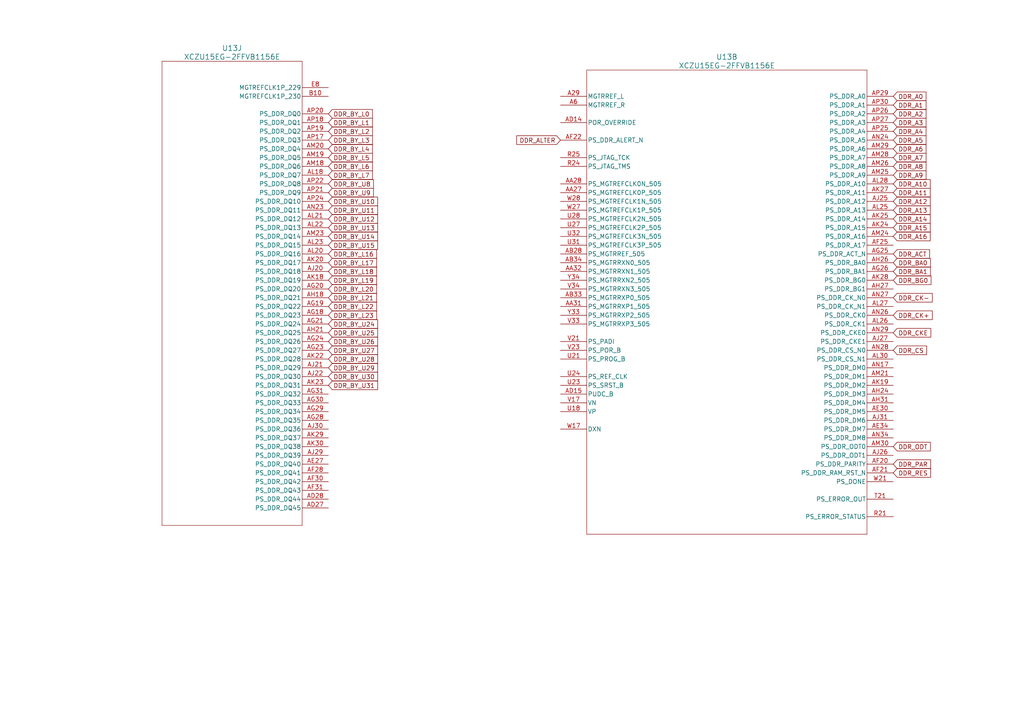
<source format=kicad_sch>
(kicad_sch (version 20230121) (generator eeschema)
  (paper "A4")
  (lib_symbols
    (symbol "XCZU15EG:XCZU15EG-2FFVB1156E" (pin_names (offset 0.254))
      (property "Reference" "U" (at 38.1 12.7 0))
      (property "Value" "XCZU15EG-2FFVB1156E" (at 38.1 10.16 0))
      (symbol "XCZU15EG-2FFVB1156E_1_1"
        (pin input line (at 0 -58.42 0) (length 7.62) (name "MGTHRXN3_230") (number "A3"))
        (pin output line (at 76.2 -109.22 180) (length 7.62) (name "MGTHTXP3_130") (number "A31"))
        (pin output line (at 76.2 -48.26 180) (length 7.62) (name "MGTHTXN3_130") (number "A32"))
        (pin input line (at 0 -119.38 0) (length 7.62) (name "MGTHRXP3_230") (number "A4"))
        (pin output line (at 76.2 -55.88 180) (length 7.62) (name "MGTHTXN3_230") (number "A7"))
        (pin output line (at 76.2 -116.84 180) (length 7.62) (name "MGTHTXP3_230") (number "A8"))
        (pin input line (at 0 -43.18 0) (length 7.62) (name "MGTHRXN2_230") (number "B1"))
        (pin input line (at 0 -104.14 0) (length 7.62) (name "MGTHRXP2_230") (number "B2"))
        (pin output line (at 76.2 -93.98 180) (length 7.62) (name "MGTHTXP2_130") (number "B29"))
        (pin output line (at 76.2 -33.02 180) (length 7.62) (name "MGTHTXN2_130") (number "B30"))
        (pin input line (at 0 -111.76 0) (length 7.62) (name "MGTHRXP3_130") (number "B33"))
        (pin input line (at 0 -50.8 0) (length 7.62) (name "MGTHRXN3_130") (number "B34"))
        (pin output line (at 76.2 -40.64 180) (length 7.62) (name "MGTHTXN2_230") (number "B5"))
        (pin output line (at 76.2 -101.6 180) (length 7.62) (name "MGTHTXP2_230") (number "B6"))
        (pin input line (at 0 -27.94 0) (length 7.62) (name "MGTHRXN1_230") (number "C3"))
        (pin input line (at 0 -96.52 0) (length 7.62) (name "MGTHRXP2_130") (number "C31"))
        (pin input line (at 0 -35.56 0) (length 7.62) (name "MGTHRXN2_130") (number "C32"))
        (pin input line (at 0 -88.9 0) (length 7.62) (name "MGTHRXP1_230") (number "C4"))
        (pin input line (at 0 -12.7 0) (length 7.62) (name "MGTHRXN0_230") (number "D1"))
        (pin input line (at 0 -73.66 0) (length 7.62) (name "MGTHRXP0_230") (number "D2"))
        (pin output line (at 76.2 -78.74 180) (length 7.62) (name "MGTHTXP1_130") (number "D29"))
        (pin output line (at 76.2 -17.78 180) (length 7.62) (name "MGTHTXN1_130") (number "D30"))
        (pin input line (at 0 -81.28 0) (length 7.62) (name "MGTHRXP1_130") (number "D33"))
        (pin input line (at 0 -20.32 0) (length 7.62) (name "MGTHRXN1_130") (number "D34"))
        (pin output line (at 76.2 -25.4 180) (length 7.62) (name "MGTHTXN1_230") (number "D5"))
        (pin output line (at 76.2 -86.36 180) (length 7.62) (name "MGTHTXP1_230") (number "D6"))
        (pin output line (at 76.2 -10.16 180) (length 7.62) (name "MGTHTXN0_230") (number "E3"))
        (pin input line (at 0 -66.04 0) (length 7.62) (name "MGTHRXP0_130") (number "E31"))
        (pin input line (at 0 -5.08 0) (length 7.62) (name "MGTHRXN0_130") (number "E32"))
        (pin output line (at 76.2 -71.12 180) (length 7.62) (name "MGTHTXP0_230") (number "E4"))
        (pin input line (at 0 -55.88 0) (length 7.62) (name "MGTHRXN3_229") (number "F1"))
        (pin input line (at 0 -116.84 0) (length 7.62) (name "MGTHRXP3_229") (number "F2"))
        (pin output line (at 76.2 -63.5 180) (length 7.62) (name "MGTHTXP0_130") (number "F29"))
        (pin output line (at 76.2 -2.54 180) (length 7.62) (name "MGTHTXN0_130") (number "F30"))
        (pin input line (at 0 -109.22 0) (length 7.62) (name "MGTHRXP3_129") (number "F33"))
        (pin input line (at 0 -48.26 0) (length 7.62) (name "MGTHRXN3_129") (number "F34"))
        (pin output line (at 76.2 -53.34 180) (length 7.62) (name "MGTHTXN3_229") (number "F5"))
        (pin output line (at 76.2 -114.3 180) (length 7.62) (name "MGTHTXP3_229") (number "F6"))
        (pin output line (at 76.2 -38.1 180) (length 7.62) (name "MGTHTXN2_229") (number "G3"))
        (pin output line (at 76.2 -106.68 180) (length 7.62) (name "MGTHTXP3_129") (number "G31"))
        (pin output line (at 76.2 -45.72 180) (length 7.62) (name "MGTHTXN3_129") (number "G32"))
        (pin output line (at 76.2 -99.06 180) (length 7.62) (name "MGTHTXP2_229") (number "G4"))
        (pin input line (at 0 -40.64 0) (length 7.62) (name "MGTHRXN2_229") (number "H1"))
        (pin input line (at 0 -101.6 0) (length 7.62) (name "MGTHRXP2_229") (number "H2"))
        (pin output line (at 76.2 -91.44 180) (length 7.62) (name "MGTHTXP2_129") (number "H29"))
        (pin output line (at 76.2 -30.48 180) (length 7.62) (name "MGTHTXN2_129") (number "H30"))
        (pin input line (at 0 -93.98 0) (length 7.62) (name "MGTHRXP2_129") (number "H33"))
        (pin input line (at 0 -33.02 0) (length 7.62) (name "MGTHRXN2_129") (number "H34"))
        (pin output line (at 76.2 -22.86 180) (length 7.62) (name "MGTHTXN1_229") (number "H5"))
        (pin output line (at 76.2 -83.82 180) (length 7.62) (name "MGTHTXP1_229") (number "H6"))
        (pin input line (at 0 -25.4 0) (length 7.62) (name "MGTHRXN1_229") (number "J3"))
        (pin output line (at 76.2 -76.2 180) (length 7.62) (name "MGTHTXP1_129") (number "J31"))
        (pin output line (at 76.2 -15.24 180) (length 7.62) (name "MGTHTXN1_129") (number "J32"))
        (pin input line (at 0 -86.36 0) (length 7.62) (name "MGTHRXP1_229") (number "J4"))
        (pin input line (at 0 -10.16 0) (length 7.62) (name "MGTHRXN0_229") (number "K1"))
        (pin input line (at 0 -71.12 0) (length 7.62) (name "MGTHRXP0_229") (number "K2"))
        (pin output line (at 76.2 -60.96 180) (length 7.62) (name "MGTHTXP0_129") (number "K29"))
        (pin output line (at 76.2 0 180) (length 7.62) (name "MGTHTXN0_129") (number "K30"))
        (pin input line (at 0 -78.74 0) (length 7.62) (name "MGTHRXP1_129") (number "K33"))
        (pin input line (at 0 -17.78 0) (length 7.62) (name "MGTHRXN1_129") (number "K34"))
        (pin output line (at 76.2 -7.62 180) (length 7.62) (name "MGTHTXN0_229") (number "K5"))
        (pin output line (at 76.2 -68.58 180) (length 7.62) (name "MGTHTXP0_229") (number "K6"))
        (pin input line (at 0 -53.34 0) (length 7.62) (name "MGTHRXN3_228") (number "L3"))
        (pin input line (at 0 -63.5 0) (length 7.62) (name "MGTHRXP0_129") (number "L31"))
        (pin input line (at 0 -2.54 0) (length 7.62) (name "MGTHRXN0_129") (number "L32"))
        (pin input line (at 0 -114.3 0) (length 7.62) (name "MGTHRXP3_228") (number "L4"))
        (pin input line (at 0 -38.1 0) (length 7.62) (name "MGTHRXN2_228") (number "M1"))
        (pin input line (at 0 -99.06 0) (length 7.62) (name "MGTHRXP2_228") (number "M2"))
        (pin output line (at 76.2 -104.14 180) (length 7.62) (name "MGTHTXP3_128") (number "M29"))
        (pin output line (at 76.2 -43.18 180) (length 7.62) (name "MGTHTXN3_128") (number "M30"))
        (pin input line (at 0 -106.68 0) (length 7.62) (name "MGTHRXP3_128") (number "M33"))
        (pin input line (at 0 -45.72 0) (length 7.62) (name "MGTHRXN3_128") (number "M34"))
        (pin output line (at 76.2 -50.8 180) (length 7.62) (name "MGTHTXN3_228") (number "M5"))
        (pin output line (at 76.2 -111.76 180) (length 7.62) (name "MGTHTXP3_228") (number "M6"))
        (pin output line (at 76.2 -35.56 180) (length 7.62) (name "MGTHTXN2_228") (number "N3"))
        (pin input line (at 0 -91.44 0) (length 7.62) (name "MGTHRXP2_128") (number "N31"))
        (pin input line (at 0 -30.48 0) (length 7.62) (name "MGTHRXN2_128") (number "N32"))
        (pin output line (at 76.2 -96.52 180) (length 7.62) (name "MGTHTXP2_228") (number "N4"))
        (pin input line (at 0 -22.86 0) (length 7.62) (name "MGTHRXN1_228") (number "P1"))
        (pin input line (at 0 -83.82 0) (length 7.62) (name "MGTHRXP1_228") (number "P2"))
        (pin output line (at 76.2 -88.9 180) (length 7.62) (name "MGTHTXP2_128") (number "P29"))
        (pin output line (at 76.2 -27.94 180) (length 7.62) (name "MGTHTXN2_128") (number "P30"))
        (pin input line (at 0 -76.2 0) (length 7.62) (name "MGTHRXP1_128") (number "P33"))
        (pin input line (at 0 -15.24 0) (length 7.62) (name "MGTHRXN1_128") (number "P34"))
        (pin output line (at 76.2 -20.32 180) (length 7.62) (name "MGTHTXN1_228") (number "P5"))
        (pin output line (at 76.2 -81.28 180) (length 7.62) (name "MGTHTXP1_228") (number "P6"))
        (pin output line (at 76.2 -5.08 180) (length 7.62) (name "MGTHTXN0_228") (number "R3"))
        (pin output line (at 76.2 -73.66 180) (length 7.62) (name "MGTHTXP1_128") (number "R31"))
        (pin output line (at 76.2 -12.7 180) (length 7.62) (name "MGTHTXN1_128") (number "R32"))
        (pin output line (at 76.2 -66.04 180) (length 7.62) (name "MGTHTXP0_228") (number "R4"))
        (pin input line (at 0 -7.62 0) (length 7.62) (name "MGTHRXN0_228") (number "T1"))
        (pin input line (at 0 -68.58 0) (length 7.62) (name "MGTHRXP0_228") (number "T2"))
        (pin output line (at 76.2 -58.42 180) (length 7.62) (name "MGTHTXP0_128") (number "T29"))
        (pin output line (at 76.2 2.54 180) (length 7.62) (name "MGTHTXN0_128") (number "T30"))
        (pin input line (at 0 -60.96 0) (length 7.62) (name "MGTHRXP0_128") (number "T33"))
        (pin input line (at 0 0 0) (length 7.62) (name "MGTHRXN0_128") (number "T34"))
      )
      (symbol "XCZU15EG-2FFVB1156E_2_1"
        (pin input line (at 0 0 0) (length 7.62) (name "MGTRREF_L") (number "A29"))
        (pin input line (at 0 -2.54 0) (length 7.62) (name "MGTRREF_R") (number "A6"))
        (pin input line (at 0 -27.94 0) (length 7.62) (name "PS_MGTREFCLK0P_505") (number "AA27"))
        (pin input line (at 0 -25.4 0) (length 7.62) (name "PS_MGTREFCLK0N_505") (number "AA28"))
        (pin input line (at 0 -60.96 0) (length 7.62) (name "PS_MGTRRXP1_505") (number "AA31"))
        (pin input line (at 0 -50.8 0) (length 7.62) (name "PS_MGTRRXN1_505") (number "AA32"))
        (pin input line (at 0 -45.72 0) (length 7.62) (name "PS_MGTRREF_505") (number "AB28"))
        (pin input line (at 0 -58.42 0) (length 7.62) (name "PS_MGTRRXP0_505") (number "AB33"))
        (pin input line (at 0 -48.26 0) (length 7.62) (name "PS_MGTRRXN0_505") (number "AB34"))
        (pin input line (at 0 -7.62 0) (length 7.62) (name "POR_OVERRIDE") (number "AD14"))
        (pin input line (at 0 -86.36 0) (length 7.62) (name "PUDC_B") (number "AD15"))
        (pin output line (at 96.52 -91.44 180) (length 7.62) (name "PS_DDR_DM5") (number "AE30"))
        (pin output line (at 96.52 -96.52 180) (length 7.62) (name "PS_DDR_DM7") (number "AE34"))
        (pin output line (at 96.52 -106.68 180) (length 7.62) (name "PS_DDR_PARITY") (number "AF20"))
        (pin output line (at 96.52 -109.22 180) (length 7.62) (name "PS_DDR_RAM_RST_N") (number "AF21"))
        (pin input line (at 0 -12.7 0) (length 7.62) (name "PS_DDR_ALERT_N") (number "AF22"))
        (pin output line (at 96.52 -43.18 180) (length 7.62) (name "PS_DDR_A17") (number "AF25"))
        (pin output line (at 96.52 -45.72 180) (length 7.62) (name "PS_DDR_ACT_N") (number "AG25"))
        (pin output line (at 96.52 -50.8 180) (length 7.62) (name "PS_DDR_BA1") (number "AG26"))
        (pin output line (at 96.52 -86.36 180) (length 7.62) (name "PS_DDR_DM3") (number "AH24"))
        (pin output line (at 96.52 -48.26 180) (length 7.62) (name "PS_DDR_BA0") (number "AH26"))
        (pin output line (at 96.52 -55.88 180) (length 7.62) (name "PS_DDR_BG1") (number "AH27"))
        (pin output line (at 96.52 -88.9 180) (length 7.62) (name "PS_DDR_DM4") (number "AH31"))
        (pin output line (at 96.52 -30.48 180) (length 7.62) (name "PS_DDR_A12") (number "AJ25"))
        (pin output line (at 96.52 -104.14 180) (length 7.62) (name "PS_DDR_ODT1") (number "AJ26"))
        (pin output line (at 96.52 -71.12 180) (length 7.62) (name "PS_DDR_CKE1") (number "AJ27"))
        (pin output line (at 96.52 -93.98 180) (length 7.62) (name "PS_DDR_DM6") (number "AJ31"))
        (pin output line (at 96.52 -83.82 180) (length 7.62) (name "PS_DDR_DM2") (number "AK19"))
        (pin output line (at 96.52 -38.1 180) (length 7.62) (name "PS_DDR_A15") (number "AK24"))
        (pin output line (at 96.52 -35.56 180) (length 7.62) (name "PS_DDR_A14") (number "AK25"))
        (pin output line (at 96.52 -27.94 180) (length 7.62) (name "PS_DDR_A11") (number "AK27"))
        (pin output line (at 96.52 -53.34 180) (length 7.62) (name "PS_DDR_BG0") (number "AK28"))
        (pin output line (at 96.52 -33.02 180) (length 7.62) (name "PS_DDR_A13") (number "AL25"))
        (pin output line (at 96.52 -66.04 180) (length 7.62) (name "PS_DDR_CK1") (number "AL26"))
        (pin output line (at 96.52 -60.96 180) (length 7.62) (name "PS_DDR_CK_N1") (number "AL27"))
        (pin output line (at 96.52 -25.4 180) (length 7.62) (name "PS_DDR_A10") (number "AL28"))
        (pin output line (at 96.52 -76.2 180) (length 7.62) (name "PS_DDR_CS_N1") (number "AL30"))
        (pin output line (at 96.52 -81.28 180) (length 7.62) (name "PS_DDR_DM1") (number "AM21"))
        (pin output line (at 96.52 -40.64 180) (length 7.62) (name "PS_DDR_A16") (number "AM24"))
        (pin output line (at 96.52 -22.86 180) (length 7.62) (name "PS_DDR_A9") (number "AM25"))
        (pin output line (at 96.52 -20.32 180) (length 7.62) (name "PS_DDR_A8") (number "AM26"))
        (pin output line (at 96.52 -17.78 180) (length 7.62) (name "PS_DDR_A7") (number "AM28"))
        (pin output line (at 96.52 -15.24 180) (length 7.62) (name "PS_DDR_A6") (number "AM29"))
        (pin output line (at 96.52 -101.6 180) (length 7.62) (name "PS_DDR_ODT0") (number "AM30"))
        (pin output line (at 96.52 -78.74 180) (length 7.62) (name "PS_DDR_DM0") (number "AN17"))
        (pin output line (at 96.52 -12.7 180) (length 7.62) (name "PS_DDR_A5") (number "AN24"))
        (pin output line (at 96.52 -63.5 180) (length 7.62) (name "PS_DDR_CK0") (number "AN26"))
        (pin output line (at 96.52 -58.42 180) (length 7.62) (name "PS_DDR_CK_N0") (number "AN27"))
        (pin output line (at 96.52 -73.66 180) (length 7.62) (name "PS_DDR_CS_N0") (number "AN28"))
        (pin output line (at 96.52 -68.58 180) (length 7.62) (name "PS_DDR_CKE0") (number "AN29"))
        (pin output line (at 96.52 -99.06 180) (length 7.62) (name "PS_DDR_DM8") (number "AN34"))
        (pin output line (at 96.52 -10.16 180) (length 7.62) (name "PS_DDR_A4") (number "AP25"))
        (pin output line (at 96.52 -5.08 180) (length 7.62) (name "PS_DDR_A2") (number "AP26"))
        (pin output line (at 96.52 -7.62 180) (length 7.62) (name "PS_DDR_A3") (number "AP27"))
        (pin output line (at 96.52 0 180) (length 7.62) (name "PS_DDR_A0") (number "AP29"))
        (pin output line (at 96.52 -2.54 180) (length 7.62) (name "PS_DDR_A1") (number "AP30"))
        (pin output line (at 96.52 -121.92 180) (length 7.62) (name "PS_ERROR_STATUS") (number "R21"))
        (pin input line (at 0 -20.32 0) (length 7.62) (name "PS_JTAG_TMS") (number "R24"))
        (pin input line (at 0 -17.78 0) (length 7.62) (name "PS_JTAG_TCK") (number "R25"))
        (pin output line (at 96.52 -116.84 180) (length 7.62) (name "PS_ERROR_OUT") (number "T21"))
        (pin input line (at 0 -91.44 0) (length 7.62) (name "VP") (number "U18"))
        (pin input line (at 0 -76.2 0) (length 7.62) (name "PS_PROG_B") (number "U21"))
        (pin input line (at 0 -83.82 0) (length 7.62) (name "PS_SRST_B") (number "U23"))
        (pin input line (at 0 -81.28 0) (length 7.62) (name "PS_REF_CLK") (number "U24"))
        (pin input line (at 0 -38.1 0) (length 7.62) (name "PS_MGTREFCLK2P_505") (number "U27"))
        (pin input line (at 0 -35.56 0) (length 7.62) (name "PS_MGTREFCLK2N_505") (number "U28"))
        (pin input line (at 0 -43.18 0) (length 7.62) (name "PS_MGTREFCLK3P_505") (number "U31"))
        (pin input line (at 0 -40.64 0) (length 7.62) (name "PS_MGTREFCLK3N_505") (number "U32"))
        (pin input line (at 0 -88.9 0) (length 7.62) (name "VN") (number "V17"))
        (pin input line (at 0 -71.12 0) (length 7.62) (name "PS_PADI") (number "V21"))
        (pin input line (at 0 -73.66 0) (length 7.62) (name "PS_POR_B") (number "V23"))
        (pin input line (at 0 -66.04 0) (length 7.62) (name "PS_MGTRRXP3_505") (number "V33"))
        (pin input line (at 0 -55.88 0) (length 7.62) (name "PS_MGTRRXN3_505") (number "V34"))
        (pin unspecified line (at 0 -96.52 0) (length 7.62) (name "DXN") (number "W17"))
        (pin output line (at 96.52 -111.76 180) (length 7.62) (name "PS_DONE") (number "W21"))
        (pin input line (at 0 -33.02 0) (length 7.62) (name "PS_MGTREFCLK1P_505") (number "W27"))
        (pin input line (at 0 -30.48 0) (length 7.62) (name "PS_MGTREFCLK1N_505") (number "W28"))
        (pin input line (at 0 -63.5 0) (length 7.62) (name "PS_MGTRRXP2_505") (number "Y33"))
        (pin input line (at 0 -53.34 0) (length 7.62) (name "PS_MGTRRXN2_505") (number "Y34"))
      )
      (symbol "XCZU15EG-2FFVB1156E_3_1"
        (pin output line (at 60.96 -17.78 180) (length 7.62) (name "PS_MGTRTXP0_505") (number "AB29"))
        (pin output line (at 60.96 -7.62 180) (length 7.62) (name "PS_MGTRTXN0_505") (number "AB30"))
        (pin output line (at 60.96 -2.54 180) (length 7.62) (name "PS_JTAG_TDO") (number "T25"))
        (pin output line (at 60.96 -30.48 180) (length 7.62) (name "PS_PADO") (number "V22"))
        (pin output line (at 60.96 -25.4 180) (length 7.62) (name "PS_MGTRTXP3_505") (number "V29"))
        (pin output line (at 60.96 -15.24 180) (length 7.62) (name "PS_MGTRTXN3_505") (number "V30"))
        (pin unspecified line (at 0 0 0) (length 7.62) (name "DXP") (number "W18"))
        (pin output line (at 60.96 -22.86 180) (length 7.62) (name "PS_MGTRTXP2_505") (number "W31"))
        (pin output line (at 60.96 -12.7 180) (length 7.62) (name "PS_MGTRTXN2_505") (number "W32"))
        (pin output line (at 60.96 -20.32 180) (length 7.62) (name "PS_MGTRTXP1_505") (number "Y29"))
        (pin output line (at 60.96 -10.16 180) (length 7.62) (name "PS_MGTRTXN1_505") (number "Y30"))
      )
      (symbol "XCZU15EG-2FFVB1156E_4_1"
        (pin bidirectional line (at 0 -99.06 0) (length 7.62) (name "IO_L4N_AD12N_49") (number "A15"))
        (pin bidirectional line (at 0 -53.34 0) (length 7.62) (name "IO_L3N_AD13N_49") (number "A16"))
        (pin bidirectional line (at 0 -68.58 0) (length 7.62) (name "IO_L3N_T0L_N5_AD15N_66") (number "AA10"))
        (pin bidirectional line (at 0 -91.44 0) (length 7.62) (name "IO_L3P_T0L_N4_AD15P_66") (number "AA11"))
        (pin bidirectional line (at 121.92 -25.4 180) (length 7.62) (name "IO_L2N_T0L_N3_66") (number "AB10"))
        (pin bidirectional line (at 121.92 -35.56 180) (length 7.62) (name "IO_L2P_T0L_N2_66") (number "AB11"))
        (pin bidirectional line (at 121.92 -5.08 180) (length 7.62) (name "IO_L1N_T0L_N1_DBC_66") (number "AC11"))
        (pin bidirectional line (at 121.92 -15.24 180) (length 7.62) (name "IO_L1P_T0L_N0_DBC_66") (number "AC12"))
        (pin bidirectional line (at 0 -114.3 0) (length 7.62) (name "IO_L4N_T0U_N7_DBC_AD7N_66") (number "AC9"))
        (pin bidirectional line (at 121.92 -12.7 180) (length 7.62) (name "IO_L1P_T0L_N0_DBC_65") (number "AE10"))
        (pin bidirectional line (at 0 -88.9 0) (length 7.62) (name "IO_L3P_T0L_N4_AD15P_65") (number "AE12"))
        (pin bidirectional line (at 121.92 -2.54 180) (length 7.62) (name "IO_L1N_T0L_N1_DBC_65") (number "AF10"))
        (pin bidirectional line (at 0 -66.04 0) (length 7.62) (name "IO_L3N_T0L_N5_AD15N_65") (number "AF12"))
        (pin bidirectional line (at 121.92 -114.3 180) (length 7.62) (name "IO_L11P_T1U_N8_GC_65") (number "AF6"))
        (pin bidirectional line (at 121.92 -124.46 180) (length 7.62) (name "IO_L12N_T1U_N11_GC_65") (number "AF7"))
        (pin bidirectional line (at 0 -111.76 0) (length 7.62) (name "IO_L4N_T0U_N7_DBC_AD7N_65") (number "AG11"))
        (pin bidirectional line (at 121.92 -104.14 180) (length 7.62) (name "IO_L11N_T1U_N9_GC_65") (number "AG6"))
        (pin bidirectional line (at 121.92 -22.86 180) (length 7.62) (name "IO_L2N_T0L_N3_65") (number "AH11"))
        (pin bidirectional line (at 121.92 -33.02 180) (length 7.62) (name "IO_L2P_T0L_N2_65") (number "AH12"))
        (pin bidirectional line (at 121.92 -10.16 180) (length 7.62) (name "IO_L1P_T0L_N0_DBC_64") (number "AJ12"))
        (pin bidirectional line (at 121.92 0 180) (length 7.62) (name "IO_L1N_T0L_N1_DBC_64") (number "AK12"))
        (pin bidirectional line (at 121.92 -101.6 180) (length 7.62) (name "IO_L11N_T1U_N9_GC_64") (number "AK7"))
        (pin bidirectional line (at 121.92 -111.76 180) (length 7.62) (name "IO_L11P_T1U_N8_GC_64") (number "AK8"))
        (pin bidirectional line (at 0 -86.36 0) (length 7.62) (name "IO_L3P_T0L_N4_AD15P_64") (number "AL10"))
        (pin bidirectional line (at 121.92 -30.48 180) (length 7.62) (name "IO_L2P_T0L_N2_64") (number "AL11"))
        (pin bidirectional line (at 121.92 -121.92 180) (length 7.62) (name "IO_L12N_T1U_N11_GC_64") (number "AL7"))
        (pin bidirectional line (at 0 -63.5 0) (length 7.62) (name "IO_L3N_T0L_N5_AD15N_64") (number "AM10"))
        (pin bidirectional line (at 121.92 -20.32 180) (length 7.62) (name "IO_L2N_T0L_N3_64") (number "AM11"))
        (pin bidirectional line (at 0 -104.14 0) (length 7.62) (name "IO_L4N_AD8N_44") (number "AM13"))
        (pin bidirectional line (at 0 -38.1 0) (length 7.62) (name "IO_L2P_AD10P_44") (number "AM14"))
        (pin bidirectional line (at 0 -81.28 0) (length 7.62) (name "IO_L3P_AD9P_44") (number "AN12"))
        (pin bidirectional line (at 0 -25.4 0) (length 7.62) (name "IO_L2N_AD10N_44") (number "AN13"))
        (pin bidirectional line (at 0 -12.7 0) (length 7.62) (name "IO_L1P_AD11P_44") (number "AN14"))
        (pin bidirectional line (at 0 -109.22 0) (length 7.62) (name "IO_L4N_T0U_N7_DBC_AD7N_64") (number "AP10"))
        (pin bidirectional line (at 0 -58.42 0) (length 7.62) (name "IO_L3N_AD9N_44") (number "AP12"))
        (pin bidirectional line (at 0 0 0) (length 7.62) (name "IO_L1N_AD11N_44") (number "AP14"))
        (pin bidirectional line (at 121.92 -88.9 180) (length 7.62) (name "IO_L8N_HDGC_49") (number "B13"))
        (pin bidirectional line (at 121.92 -73.66 180) (length 7.62) (name "IO_L7N_HDGC_49") (number "B14"))
        (pin bidirectional line (at 0 -121.92 0) (length 7.62) (name "IO_L4P_AD12P_49") (number "B15"))
        (pin bidirectional line (at 0 -76.2 0) (length 7.62) (name "IO_L3P_AD13P_49") (number "B16"))
        (pin bidirectional line (at 121.92 -96.52 180) (length 7.62) (name "IO_L8P_HDGC_49") (number "C13"))
        (pin bidirectional line (at 121.92 -81.28 180) (length 7.62) (name "IO_L7P_HDGC_49") (number "C14"))
        (pin bidirectional line (at 0 -33.02 0) (length 7.62) (name "IO_L2N_AD14N_49") (number "C16"))
        (pin bidirectional line (at 0 -101.6 0) (length 7.62) (name "IO_L4N_AD12N_50") (number "D10"))
        (pin bidirectional line (at 0 -124.46 0) (length 7.62) (name "IO_L4P_AD12P_50") (number "D11"))
        (pin bidirectional line (at 121.92 -58.42 180) (length 7.62) (name "IO_L6N_HDGC_49") (number "D14"))
        (pin bidirectional line (at 121.92 -43.18 180) (length 7.62) (name "IO_L5N_HDGC_49") (number "D15"))
        (pin bidirectional line (at 0 -45.72 0) (length 7.62) (name "IO_L2P_AD14P_49") (number "D16"))
        (pin bidirectional line (at 121.92 -71.12 180) (length 7.62) (name "IO_L7N_HDGC_48") (number "D19"))
        (pin bidirectional line (at 0 -55.88 0) (length 7.62) (name "IO_L3N_AD13N_50") (number "E10"))
        (pin bidirectional line (at 121.92 -66.04 180) (length 7.62) (name "IO_L6P_HDGC_49") (number "E14"))
        (pin bidirectional line (at 121.92 -50.8 180) (length 7.62) (name "IO_L5P_HDGC_49") (number "E15"))
        (pin bidirectional line (at 121.92 -93.98 180) (length 7.62) (name "IO_L8P_HDGC_48") (number "E17"))
        (pin bidirectional line (at 121.92 -86.36 180) (length 7.62) (name "IO_L8N_HDGC_48") (number "E18"))
        (pin bidirectional line (at 121.92 -78.74 180) (length 7.62) (name "IO_L7P_HDGC_48") (number "E19"))
        (pin bidirectional line (at 0 -78.74 0) (length 7.62) (name "IO_L3P_AD13P_50") (number "F10"))
        (pin bidirectional line (at 121.92 -60.96 180) (length 7.62) (name "IO_L6N_HDGC_50") (number "F11"))
        (pin bidirectional line (at 121.92 -68.58 180) (length 7.62) (name "IO_L6P_HDGC_50") (number "F12"))
        (pin bidirectional line (at 0 -7.62 0) (length 7.62) (name "IO_L1N_AD15N_49") (number "F15"))
        (pin bidirectional line (at 0 -20.32 0) (length 7.62) (name "IO_L1P_AD15P_49") (number "F16"))
        (pin bidirectional line (at 121.92 -63.5 180) (length 7.62) (name "IO_L6P_HDGC_48") (number "F17"))
        (pin bidirectional line (at 121.92 -55.88 180) (length 7.62) (name "IO_L6N_HDGC_48") (number "F18"))
        (pin bidirectional line (at 0 -35.56 0) (length 7.62) (name "IO_L2N_AD14N_50") (number "G10"))
        (pin bidirectional line (at 121.92 -45.72 180) (length 7.62) (name "IO_L5N_HDGC_50") (number "G11"))
        (pin bidirectional line (at 121.92 -91.44 180) (length 7.62) (name "IO_L8N_HDGC_50") (number "G13"))
        (pin bidirectional line (at 121.92 -48.26 180) (length 7.62) (name "IO_L5P_HDGC_48") (number "G18"))
        (pin bidirectional line (at 121.92 -40.64 180) (length 7.62) (name "IO_L5N_HDGC_48") (number "G19"))
        (pin bidirectional line (at 0 -48.26 0) (length 7.62) (name "IO_L2P_AD14P_50") (number "H10"))
        (pin bidirectional line (at 121.92 -53.34 180) (length 7.62) (name "IO_L5P_HDGC_50") (number "H11"))
        (pin bidirectional line (at 121.92 -76.2 180) (length 7.62) (name "IO_L7N_HDGC_50") (number "H12"))
        (pin bidirectional line (at 121.92 -99.06 180) (length 7.62) (name "IO_L8P_HDGC_50") (number "H13"))
        (pin bidirectional line (at 0 -30.48 0) (length 7.62) (name "IO_L2N_AD14N_48") (number "H17"))
        (pin bidirectional line (at 0 -17.78 0) (length 7.62) (name "IO_L1P_AD15P_48") (number "H18"))
        (pin bidirectional line (at 0 -5.08 0) (length 7.62) (name "IO_L1N_AD15N_48") (number "H19"))
        (pin bidirectional line (at 0 -60.96 0) (length 7.62) (name "IO_L3N_AD9N_47") (number "H21"))
        (pin bidirectional line (at 0 -10.16 0) (length 7.62) (name "IO_L1N_AD15N_50") (number "J10"))
        (pin bidirectional line (at 0 -22.86 0) (length 7.62) (name "IO_L1P_AD15P_50") (number "J11"))
        (pin bidirectional line (at 121.92 -83.82 180) (length 7.62) (name "IO_L7P_HDGC_50") (number "J12"))
        (pin bidirectional line (at 0 -43.18 0) (length 7.62) (name "IO_L2P_AD14P_48") (number "J17"))
        (pin bidirectional line (at 0 -106.68 0) (length 7.62) (name "IO_L4N_AD8N_47") (number "J20"))
        (pin bidirectional line (at 0 -83.82 0) (length 7.62) (name "IO_L3P_AD9P_47") (number "J21"))
        (pin bidirectional line (at 0 -96.52 0) (length 7.62) (name "IO_L4N_AD12N_48") (number "K17"))
        (pin bidirectional line (at 0 -50.8 0) (length 7.62) (name "IO_L3N_AD13N_48") (number "K18"))
        (pin bidirectional line (at 0 -27.94 0) (length 7.62) (name "IO_L2N_AD10N_47") (number "K19"))
        (pin bidirectional line (at 0 -2.54 0) (length 7.62) (name "IO_L1N_AD11N_47") (number "K20"))
        (pin bidirectional line (at 0 -119.38 0) (length 7.62) (name "IO_L4P_AD12P_48") (number "L17"))
        (pin bidirectional line (at 0 -73.66 0) (length 7.62) (name "IO_L3P_AD13P_48") (number "L18"))
        (pin bidirectional line (at 0 -40.64 0) (length 7.62) (name "IO_L2P_AD10P_47") (number "L19"))
        (pin bidirectional line (at 0 -15.24 0) (length 7.62) (name "IO_L1P_AD11P_47") (number "L20"))
        (pin bidirectional line (at 121.92 -119.38 180) (length 7.62) (name "IO_L11P_T1U_N8_GC_67") (number "R10"))
        (pin bidirectional line (at 0 -116.84 0) (length 7.62) (name "IO_L4N_T0U_N7_DBC_AD7N_67") (number "R12"))
        (pin bidirectional line (at 121.92 -27.94 180) (length 7.62) (name "IO_L2N_T0L_N3_67") (number "R13"))
        (pin bidirectional line (at 121.92 -109.22 180) (length 7.62) (name "IO_L11N_T1U_N9_GC_67") (number "R9"))
        (pin bidirectional line (at 0 -71.12 0) (length 7.62) (name "IO_L3N_T0L_N5_AD15N_67") (number "T10"))
        (pin bidirectional line (at 121.92 -38.1 180) (length 7.62) (name "IO_L2P_T0L_N2_67") (number "T13"))
        (pin bidirectional line (at 0 -93.98 0) (length 7.62) (name "IO_L3P_T0L_N4_AD15P_67") (number "U10"))
        (pin bidirectional line (at 121.92 -7.62 180) (length 7.62) (name "IO_L1N_T0L_N1_DBC_67") (number "W11"))
        (pin bidirectional line (at 121.92 -17.78 180) (length 7.62) (name "IO_L1P_T0L_N0_DBC_67") (number "W12"))
        (pin bidirectional line (at 121.92 -106.68 180) (length 7.62) (name "IO_L11N_T1U_N9_GC_66") (number "Y7"))
        (pin bidirectional line (at 121.92 -116.84 180) (length 7.62) (name "IO_L11P_T1U_N8_GC_66") (number "Y8"))
      )
      (symbol "XCZU15EG-2FFVB1156E_6_1"
        (pin bidirectional line (at 152.4 -12.7 180) (length 7.62) (name "IO_L9N_AD11N_49") (number "A12"))
        (pin bidirectional line (at 152.4 -35.56 180) (length 7.62) (name "IO_L9P_AD11P_49") (number "A13"))
        (pin bidirectional line (at 152.4 -116.84 180) (length 7.62) (name "IO_L11P_AD1P_47") (number "A21"))
        (pin bidirectional line (at 152.4 -104.14 180) (length 7.62) (name "IO_L11N_AD1N_47") (number "A22"))
        (pin bidirectional line (at 0 -25.4 0) (length 7.62) (name "IO_L5N_T0U_N9_AD14N_66") (number "AA12"))
        (pin bidirectional line (at 152.4 -73.66 180) (length 7.62) (name "IO_L10N_T1U_N7_QBC_AD4N_66") (number "AB5"))
        (pin bidirectional line (at 152.4 -96.52 180) (length 7.62) (name "IO_L10P_T1U_N6_QBC_AD4P_66") (number "AB6"))
        (pin bidirectional line (at 152.4 -5.08 180) (length 7.62) (name "IO_L8P_T1L_N2_AD5P_66") (number "AB8"))
        (pin bidirectional line (at 0 -7.62 0) (length 7.62) (name "IO_L4P_T0U_N6_DBC_AD7P_66") (number "AB9"))
        (pin bidirectional line (at 0 -86.36 0) (length 7.62) (name "IO_L7N_T1L_N1_QBC_AD13N_66") (number "AC6"))
        (pin bidirectional line (at 0 -101.6 0) (length 7.62) (name "IO_L7P_T1L_N0_QBC_AD13P_66") (number "AC7"))
        (pin bidirectional line (at 0 -116.84 0) (length 7.62) (name "IO_L8N_T1L_N3_AD5N_66") (number "AC8"))
        (pin bidirectional line (at 0 -68.58 0) (length 7.62) (name "IO_L6P_T0U_N10_AD6P_65") (number "AD10"))
        (pin bidirectional line (at 152.4 -25.4 180) (length 7.62) (name "IO_L9N_T1L_N5_AD12N_65") (number "AD6"))
        (pin bidirectional line (at 152.4 -48.26 180) (length 7.62) (name "IO_L9P_T1L_N4_AD12P_65") (number "AD7"))
        (pin bidirectional line (at 152.4 -40.64 180) (length 7.62) (name "IO_L9P_AD3P_44") (number "AE13"))
        (pin bidirectional line (at 152.4 -93.98 180) (length 7.62) (name "IO_L10P_T1U_N6_QBC_AD4P_65") (number "AE8"))
        (pin bidirectional line (at 0 -53.34 0) (length 7.62) (name "IO_L6N_T0U_N11_AD6N_65") (number "AE9"))
        (pin bidirectional line (at 0 -12.7 0) (length 7.62) (name "IO_L4P_T0U_N6_DBC_AD7P_SMBALERT_65") (number "AF11"))
        (pin bidirectional line (at 152.4 -17.78 180) (length 7.62) (name "IO_L9N_AD3N_44") (number "AF13"))
        (pin bidirectional line (at 152.4 -114.3 180) (length 7.62) (name "IO_L11P_AD1P_44") (number "AF15"))
        (pin bidirectional line (at 152.4 -71.12 180) (length 7.62) (name "IO_L10N_T1U_N7_QBC_AD4N_65") (number "AF8"))
        (pin bidirectional line (at 0 -38.1 0) (length 7.62) (name "IO_L5P_T0U_N8_AD14P_65") (number "AG10"))
        (pin bidirectional line (at 152.4 -63.5 180) (length 7.62) (name "IO_L10N_AD2N_44") (number "AG13"))
        (pin bidirectional line (at 152.4 -86.36 180) (length 7.62) (name "IO_L10P_AD2P_44") (number "AG14"))
        (pin bidirectional line (at 152.4 -101.6 180) (length 7.62) (name "IO_L11N_AD1N_44") (number "AG15"))
        (pin bidirectional line (at 152.4 -2.54 180) (length 7.62) (name "IO_L8P_T1L_N2_AD5P_65") (number "AG8"))
        (pin bidirectional line (at 0 -22.86 0) (length 7.62) (name "IO_L5N_T0U_N9_AD14N_65") (number "AG9"))
        (pin bidirectional line (at 0 -76.2 0) (length 7.62) (name "IO_L7N_HDGC_AD5N_44") (number "AH13"))
        (pin bidirectional line (at 0 -91.44 0) (length 7.62) (name "IO_L7P_HDGC_AD5P_44") (number "AH14"))
        (pin bidirectional line (at 0 -83.82 0) (length 7.62) (name "IO_L7N_T1L_N1_QBC_AD13N_65") (number "AH6"))
        (pin bidirectional line (at 0 -99.06 0) (length 7.62) (name "IO_L7P_T1L_N0_QBC_AD13P_65") (number "AH7"))
        (pin bidirectional line (at 0 -114.3 0) (length 7.62) (name "IO_L8N_T1L_N3_AD5N_65") (number "AH8"))
        (pin bidirectional line (at 0 -66.04 0) (length 7.62) (name "IO_L6P_T0U_N10_AD6P_64") (number "AJ10"))
        (pin bidirectional line (at 0 -106.68 0) (length 7.62) (name "IO_L8N_HDGC_AD4N_44") (number "AJ14"))
        (pin bidirectional line (at 0 -121.92 0) (length 7.62) (name "IO_L8P_HDGC_AD4P_44") (number "AJ15"))
        (pin bidirectional line (at 152.4 -45.72 180) (length 7.62) (name "IO_L9P_T1L_N4_AD12P_64") (number "AJ9"))
        (pin bidirectional line (at 0 -50.8 0) (length 7.62) (name "IO_L6N_T0U_N11_AD6N_64") (number "AK10"))
        (pin bidirectional line (at 0 -60.96 0) (length 7.62) (name "IO_L6P_HDGC_AD6P_44") (number "AK13"))
        (pin bidirectional line (at 0 -15.24 0) (length 7.62) (name "IO_L5N_HDGC_AD7N_44") (number "AK14"))
        (pin bidirectional line (at 0 -30.48 0) (length 7.62) (name "IO_L5P_HDGC_AD7P_44") (number "AK15"))
        (pin bidirectional line (at 152.4 -22.86 180) (length 7.62) (name "IO_L9N_T1L_N5_AD12N_64") (number "AK9"))
        (pin bidirectional line (at 0 -45.72 0) (length 7.62) (name "IO_L6N_HDGC_AD6N_44") (number "AL12"))
        (pin bidirectional line (at 0 0 0) (length 7.62) (name "IO_L4P_AD8P_44") (number "AL13"))
        (pin bidirectional line (at 0 -111.76 0) (length 7.62) (name "IO_L8N_T1L_N3_AD5N_64") (number "AM8"))
        (pin bidirectional line (at 152.4 0 180) (length 7.62) (name "IO_L8P_T1L_N2_AD5P_64") (number "AM9"))
        (pin bidirectional line (at 152.4 -91.44 180) (length 7.62) (name "IO_L10P_T1U_N6_QBC_AD4P_64") (number "AN7"))
        (pin bidirectional line (at 0 -96.52 0) (length 7.62) (name "IO_L7P_T1L_N0_QBC_AD13P_64") (number "AN8"))
        (pin bidirectional line (at 0 -35.56 0) (length 7.62) (name "IO_L5P_T0U_N8_AD14P_64") (number "AN9"))
        (pin bidirectional line (at 0 -5.08 0) (length 7.62) (name "IO_L4P_T0U_N6_DBC_AD7P_64") (number "AP11"))
        (pin bidirectional line (at 152.4 -68.58 180) (length 7.62) (name "IO_L10N_T1U_N7_QBC_AD4N_64") (number "AP7"))
        (pin bidirectional line (at 0 -81.28 0) (length 7.62) (name "IO_L7N_T1L_N1_QBC_AD13N_64") (number "AP8"))
        (pin bidirectional line (at 0 -20.32 0) (length 7.62) (name "IO_L5N_T0U_N9_AD14N_64") (number "AP9"))
        (pin bidirectional line (at 152.4 -58.42 180) (length 7.62) (name "IO_L10N_AD10N_49") (number "B12"))
        (pin bidirectional line (at 152.4 -78.74 180) (length 7.62) (name "IO_L10P_AD10P_48") (number "B18"))
        (pin bidirectional line (at 152.4 -55.88 180) (length 7.62) (name "IO_L10N_AD10N_48") (number "B19"))
        (pin bidirectional line (at 152.4 -66.04 180) (length 7.62) (name "IO_L10N_AD2N_47") (number "B21"))
        (pin bidirectional line (at 152.4 -81.28 180) (length 7.62) (name "IO_L10P_AD10P_49") (number "C12"))
        (pin bidirectional line (at 152.4 -10.16 180) (length 7.62) (name "IO_L9N_AD11N_48") (number "C17"))
        (pin bidirectional line (at 152.4 -119.38 180) (length 7.62) (name "IO_L11P_AD9P_48") (number "C18"))
        (pin bidirectional line (at 152.4 -106.68 180) (length 7.62) (name "IO_L11N_AD9N_48") (number "C19"))
        (pin bidirectional line (at 152.4 -88.9 180) (length 7.62) (name "IO_L10P_AD2P_47") (number "C21"))
        (pin bidirectional line (at 152.4 -20.32 180) (length 7.62) (name "IO_L9N_AD3N_47") (number "C22"))
        (pin bidirectional line (at 152.4 -109.22 180) (length 7.62) (name "IO_L11N_AD9N_49") (number "D12"))
        (pin bidirectional line (at 152.4 -33.02 180) (length 7.62) (name "IO_L9P_AD11P_48") (number "D17"))
        (pin bidirectional line (at 0 -109.22 0) (length 7.62) (name "IO_L8N_HDGC_AD4N_47") (number "D20"))
        (pin bidirectional line (at 152.4 -43.18 180) (length 7.62) (name "IO_L9P_AD3P_47") (number "D21"))
        (pin bidirectional line (at 0 -78.74 0) (length 7.62) (name "IO_L7N_HDGC_AD5N_47") (number "D22"))
        (pin bidirectional line (at 152.4 -121.92 180) (length 7.62) (name "IO_L11P_AD9P_49") (number "E12"))
        (pin bidirectional line (at 0 -124.46 0) (length 7.62) (name "IO_L8P_HDGC_AD4P_47") (number "E20"))
        (pin bidirectional line (at 0 -93.98 0) (length 7.62) (name "IO_L7P_HDGC_AD5P_47") (number "E22"))
        (pin bidirectional line (at 0 -48.26 0) (length 7.62) (name "IO_L6N_HDGC_AD6N_47") (number "F20"))
        (pin bidirectional line (at 0 -17.78 0) (length 7.62) (name "IO_L5N_HDGC_AD7N_47") (number "F21"))
        (pin bidirectional line (at 152.4 -15.24 180) (length 7.62) (name "IO_L9N_AD11N_50") (number "G14"))
        (pin bidirectional line (at 152.4 -38.1 180) (length 7.62) (name "IO_L9P_AD11P_50") (number "G15"))
        (pin bidirectional line (at 152.4 -111.76 180) (length 7.62) (name "IO_L11N_AD9N_50") (number "G16"))
        (pin bidirectional line (at 0 -63.5 0) (length 7.62) (name "IO_L6P_HDGC_AD6P_47") (number "G20"))
        (pin bidirectional line (at 0 -33.02 0) (length 7.62) (name "IO_L5P_HDGC_AD7P_47") (number "G21"))
        (pin bidirectional line (at 152.4 -60.96 180) (length 7.62) (name "IO_L10N_AD10N_50") (number "H14"))
        (pin bidirectional line (at 152.4 -124.46 180) (length 7.62) (name "IO_L11P_AD9P_50") (number "H16"))
        (pin bidirectional line (at 152.4 -83.82 180) (length 7.62) (name "IO_L10P_AD10P_50") (number "J14"))
        (pin bidirectional line (at 0 -2.54 0) (length 7.62) (name "IO_L4P_AD8P_47") (number "J19"))
        (pin bidirectional line (at 0 -58.42 0) (length 7.62) (name "IO_L6N_T0U_N11_AD6N_67") (number "T11"))
        (pin bidirectional line (at 0 -10.16 0) (length 7.62) (name "IO_L4P_T0U_N6_DBC_AD7P_67") (number "T12"))
        (pin bidirectional line (at 152.4 -76.2 180) (length 7.62) (name "IO_L10N_T1U_N7_QBC_AD4N_67") (number "T6"))
        (pin bidirectional line (at 152.4 -99.06 180) (length 7.62) (name "IO_L10P_T1U_N6_QBC_AD4P_67") (number "T7"))
        (pin bidirectional line (at 0 -73.66 0) (length 7.62) (name "IO_L6P_T0U_N10_AD6P_67") (number "U11"))
        (pin bidirectional line (at 0 -119.38 0) (length 7.62) (name "IO_L8N_T1L_N3_AD5N_67") (number "U6"))
        (pin bidirectional line (at 152.4 -30.48 180) (length 7.62) (name "IO_L9N_T1L_N5_AD12N_67") (number "U8"))
        (pin bidirectional line (at 152.4 -53.34 180) (length 7.62) (name "IO_L9P_T1L_N4_AD12P_67") (number "U9"))
        (pin bidirectional line (at 0 -27.94 0) (length 7.62) (name "IO_L5N_T0U_N9_AD14N_67") (number "V11"))
        (pin bidirectional line (at 0 -43.18 0) (length 7.62) (name "IO_L5P_T0U_N8_AD14P_67") (number "V12"))
        (pin bidirectional line (at 152.4 -7.62 180) (length 7.62) (name "IO_L8P_T1L_N2_AD5P_67") (number "V6"))
        (pin bidirectional line (at 0 -88.9 0) (length 7.62) (name "IO_L7N_T1L_N1_QBC_AD13N_67") (number "V7"))
        (pin bidirectional line (at 0 -104.14 0) (length 7.62) (name "IO_L7P_T1L_N0_QBC_AD13P_67") (number "V8"))
        (pin bidirectional line (at 152.4 -27.94 180) (length 7.62) (name "IO_L9N_T1L_N5_AD12N_66") (number "W6"))
        (pin bidirectional line (at 152.4 -50.8 180) (length 7.62) (name "IO_L9P_T1L_N4_AD12P_66") (number "W7"))
        (pin bidirectional line (at 0 -71.12 0) (length 7.62) (name "IO_L6P_T0U_N10_AD6P_66") (number "Y10"))
        (pin bidirectional line (at 0 -40.64 0) (length 7.62) (name "IO_L5P_T0U_N8_AD14P_66") (number "Y12"))
        (pin bidirectional line (at 0 -55.88 0) (length 7.62) (name "IO_L6N_T0U_N11_AD6N_66") (number "Y9"))
      )
      (symbol "XCZU15EG-2FFVB1156E_8_1"
        (pin bidirectional line (at 0 -17.78 0) (length 7.62) (name "IO_L12P_AD8P_48") (number "A17"))
        (pin bidirectional line (at 0 -5.08 0) (length 7.62) (name "IO_L12N_AD8N_48") (number "A18"))
        (pin bidirectional line (at 0 -2.54 0) (length 7.62) (name "IO_L12N_AD0N_47") (number "A20"))
        (pin bidirectional line (at 0 -60.96 0) (length 7.62) (name "IO_L16P_T2U_N6_QBC_AD3P_66") (number "AB4"))
        (pin bidirectional line (at 0 -111.76 0) (length 7.62) (name "IO_L19N_T3L_N1_DBC_AD9N_66") (number "AC1"))
        (pin bidirectional line (at 0 -121.92 0) (length 7.62) (name "IO_L19P_T3L_N0_DBC_AD9P_66") (number "AC2"))
        (pin bidirectional line (at 0 -50.8 0) (length 7.62) (name "IO_L16N_T2U_N7_QBC_AD3N_66") (number "AC4"))
        (pin bidirectional line (at 0 -99.06 0) (length 7.62) (name "IO_L18P_T2U_N10_AD2P_65") (number "AD4"))
        (pin bidirectional line (at 0 0 0) (length 7.62) (name "IO_L12N_AD0N_44") (number "AE14"))
        (pin bidirectional line (at 0 -12.7 0) (length 7.62) (name "IO_L12P_AD0P_44") (number "AE15"))
        (pin bidirectional line (at 0 -78.74 0) (length 7.62) (name "IO_L17P_T2U_N8_AD10P_65") (number "AE3"))
        (pin bidirectional line (at 0 -88.9 0) (length 7.62) (name "IO_L18N_T2U_N11_AD2N_65") (number "AE4"))
        (pin bidirectional line (at 0 -68.58 0) (length 7.62) (name "IO_L17N_T2U_N9_AD10N_65") (number "AF3"))
        (pin bidirectional line (at 0 -119.38 0) (length 7.62) (name "IO_L19P_T3L_N0_DBC_AD9P_65") (number "AH2"))
        (pin bidirectional line (at 0 -38.1 0) (length 7.62) (name "IO_L15P_T2L_N4_AD11P_65") (number "AH4"))
        (pin bidirectional line (at 0 -109.22 0) (length 7.62) (name "IO_L19N_T3L_N1_DBC_AD9N_65") (number "AJ2"))
        (pin bidirectional line (at 0 -27.94 0) (length 7.62) (name "IO_L15N_T2L_N5_AD11N_65") (number "AJ4"))
        (pin bidirectional line (at 0 -48.26 0) (length 7.62) (name "IO_L16N_T2U_N7_QBC_AD3N_65") (number "AJ5"))
        (pin bidirectional line (at 0 -58.42 0) (length 7.62) (name "IO_L16P_T2U_N6_QBC_AD3P_65") (number "AJ6"))
        (pin bidirectional line (at 0 -86.36 0) (length 7.62) (name "IO_L18N_T2U_N11_AD2N_64") (number "AK4"))
        (pin bidirectional line (at 0 -96.52 0) (length 7.62) (name "IO_L18P_T2U_N10_AD2P_64") (number "AK5"))
        (pin bidirectional line (at 0 -76.2 0) (length 7.62) (name "IO_L17P_T2U_N8_AD10P_64") (number "AM4"))
        (pin bidirectional line (at 0 -116.84 0) (length 7.62) (name "IO_L19P_T3L_N0_DBC_AD9P_64") (number "AN2"))
        (pin bidirectional line (at 0 -66.04 0) (length 7.62) (name "IO_L17N_T2U_N9_AD10N_64") (number "AN4"))
        (pin bidirectional line (at 0 -55.88 0) (length 7.62) (name "IO_L16P_T2U_N6_QBC_AD3P_64") (number "AN6"))
        (pin bidirectional line (at 0 -106.68 0) (length 7.62) (name "IO_L19N_T3L_N1_DBC_AD9N_64") (number "AP2"))
        (pin bidirectional line (at 0 -25.4 0) (length 7.62) (name "IO_L15N_T2L_N5_AD11N_64") (number "AP4"))
        (pin bidirectional line (at 0 -35.56 0) (length 7.62) (name "IO_L15P_T2L_N4_AD11P_64") (number "AP5"))
        (pin bidirectional line (at 0 -45.72 0) (length 7.62) (name "IO_L16N_T2U_N7_QBC_AD3N_64") (number "AP6"))
        (pin bidirectional line (at 0 -15.24 0) (length 7.62) (name "IO_L12P_AD0P_47") (number "B20"))
        (pin bidirectional line (at 0 -7.62 0) (length 7.62) (name "IO_L12N_AD8N_49") (number "E13"))
        (pin bidirectional line (at 0 -20.32 0) (length 7.62) (name "IO_L12P_AD8P_49") (number "F13"))
        (pin bidirectional line (at 0 -10.16 0) (length 7.62) (name "IO_L12N_AD8N_50") (number "J15"))
        (pin bidirectional line (at 0 -22.86 0) (length 7.62) (name "IO_L12P_AD8P_50") (number "J16"))
        (pin bidirectional line (at 0 -93.98 0) (length 7.62) (name "IO_L18N_T2U_N11_AD2N_67") (number "K12"))
        (pin bidirectional line (at 0 -114.3 0) (length 7.62) (name "IO_L19N_T3L_N1_DBC_AD9N_67") (number "K16"))
        (pin bidirectional line (at 0 -33.02 0) (length 7.62) (name "IO_L15N_T2L_N5_AD11N_67") (number "L10"))
        (pin bidirectional line (at 0 -73.66 0) (length 7.62) (name "IO_L17N_T2U_N9_AD10N_67") (number "L11"))
        (pin bidirectional line (at 0 -104.14 0) (length 7.62) (name "IO_L18P_T2U_N10_AD2P_67") (number "L12"))
        (pin bidirectional line (at 0 -124.46 0) (length 7.62) (name "IO_L19P_T3L_N0_DBC_AD9P_67") (number "L16"))
        (pin bidirectional line (at 0 -43.18 0) (length 7.62) (name "IO_L15P_T2L_N4_AD11P_67") (number "M10"))
        (pin bidirectional line (at 0 -83.82 0) (length 7.62) (name "IO_L17P_T2U_N8_AD10P_67") (number "M11"))
        (pin bidirectional line (at 0 -53.34 0) (length 7.62) (name "IO_L16N_T2U_N7_QBC_AD3N_67") (number "N8"))
        (pin bidirectional line (at 0 -63.5 0) (length 7.62) (name "IO_L16P_T2U_N6_QBC_AD3P_67") (number "N9"))
        (pin bidirectional line (at 0 -91.44 0) (length 7.62) (name "IO_L18N_T2U_N11_AD2N_66") (number "U4"))
        (pin bidirectional line (at 0 -101.6 0) (length 7.62) (name "IO_L18P_T2U_N10_AD2P_66") (number "U5"))
        (pin bidirectional line (at 0 -71.12 0) (length 7.62) (name "IO_L17N_T2U_N9_AD10N_66") (number "V3"))
        (pin bidirectional line (at 0 -81.28 0) (length 7.62) (name "IO_L17P_T2U_N8_AD10P_66") (number "V4"))
        (pin bidirectional line (at 0 -30.48 0) (length 7.62) (name "IO_L15N_T2L_N5_AD11N_66") (number "W4"))
        (pin bidirectional line (at 0 -40.64 0) (length 7.62) (name "IO_L15P_T2L_N4_AD11P_66") (number "W5"))
      )
      (symbol "XCZU15EG-2FFVB1156E_9_1"
        (pin bidirectional line (at 0 -121.92 0) (length 7.62) (name "IO_L21N_T3L_N5_AD8N_66") (number "AA1"))
        (pin bidirectional line (at 152.4 -5.08 180) (length 7.62) (name "IO_L21P_T3L_N4_AD8P_66") (number "AA2"))
        (pin bidirectional line (at 152.4 -55.88 180) (length 7.62) (name "IO_T2U_N12_66") (number "AA3"))
        (pin bidirectional line (at 0 -40.64 0) (length 7.62) (name "IO_L14N_T2L_N3_GC_66") (number "AA5"))
        (pin bidirectional line (at 0 0 0) (length 7.62) (name "IO_L12N_T1U_N11_GC_66") (number "AA6"))
        (pin bidirectional line (at 0 -10.16 0) (length 7.62) (name "IO_L12P_T1U_N10_GC_66") (number "AA7"))
        (pin bidirectional line (at 152.4 -45.72 180) (length 7.62) (name "IO_T1U_N12_66") (number "AA8"))
        (pin bidirectional line (at 152.4 -66.04 180) (length 7.62) (name "IO_T3U_N12_66") (number "AB1"))
        (pin bidirectional line (at 0 -111.76 0) (length 7.62) (name "IO_L20P_T3L_N2_AD1P_66") (number "AB3"))
        (pin bidirectional line (at 0 -101.6 0) (length 7.62) (name "IO_L20N_T3L_N3_AD1N_66") (number "AC3"))
        (pin bidirectional line (at 0 -58.42 0) (length 7.62) (name "IO_L23N_T3U_N9_65") (number "AD1"))
        (pin bidirectional line (at 0 -73.66 0) (length 7.62) (name "IO_L23P_T3U_N8_I2C_SCLK_65") (number "AD2"))
        (pin bidirectional line (at 152.4 -53.34 180) (length 7.62) (name "IO_T2U_N12_65") (number "AD5"))
        (pin bidirectional line (at 152.4 -33.02 180) (length 7.62) (name "IO_T0U_N12_VRP_65") (number "AD9"))
        (pin bidirectional line (at 0 -83.82 0) (length 7.62) (name "IO_L24N_T3U_N11_PERSTN0_65") (number "AE1"))
        (pin bidirectional line (at 0 -93.98 0) (length 7.62) (name "IO_L24P_T3U_N10_PERSTN1_I2C_SDA_65") (number "AE2"))
        (pin bidirectional line (at 0 -27.94 0) (length 7.62) (name "IO_L13P_T2L_N0_GC_QBC_65") (number "AE5"))
        (pin bidirectional line (at 0 -7.62 0) (length 7.62) (name "IO_L12P_T1U_N10_GC_65") (number "AE7"))
        (pin bidirectional line (at 0 -119.38 0) (length 7.62) (name "IO_L21N_T3L_N5_AD8N_65") (number "AF1"))
        (pin bidirectional line (at 152.4 -2.54 180) (length 7.62) (name "IO_L21P_T3L_N4_AD8P_65") (number "AF2"))
        (pin bidirectional line (at 0 -17.78 0) (length 7.62) (name "IO_L13N_T2L_N1_GC_QBC_65") (number "AF5"))
        (pin bidirectional line (at 152.4 -63.5 180) (length 7.62) (name "IO_T3U_N12_65") (number "AG1"))
        (pin bidirectional line (at 0 -109.22 0) (length 7.62) (name "IO_L20P_T3L_N2_AD1P_65") (number "AG3"))
        (pin bidirectional line (at 0 -38.1 0) (length 7.62) (name "IO_L14N_T2L_N3_GC_65") (number "AG4"))
        (pin bidirectional line (at 0 -48.26 0) (length 7.62) (name "IO_L14P_T2L_N2_GC_65") (number "AG5"))
        (pin bidirectional line (at 152.4 -22.86 180) (length 7.62) (name "IO_L22P_T3U_N6_DBC_AD0P_65") (number "AH1"))
        (pin bidirectional line (at 0 -99.06 0) (length 7.62) (name "IO_L20N_T3L_N3_AD1N_65") (number "AH3"))
        (pin bidirectional line (at 152.4 -43.18 180) (length 7.62) (name "IO_T1U_N12_65") (number "AH9"))
        (pin bidirectional line (at 152.4 -12.7 180) (length 7.62) (name "IO_L22N_T3U_N7_DBC_AD0N_65") (number "AJ1"))
        (pin bidirectional line (at 152.4 -40.64 180) (length 7.62) (name "IO_T1U_N12_64") (number "AJ7"))
        (pin bidirectional line (at 0 -66.04 0) (length 7.62) (name "IO_L23P_T3U_N8_64") (number "AK1"))
        (pin bidirectional line (at 0 -76.2 0) (length 7.62) (name "IO_L24N_T3U_N11_64") (number "AK2"))
        (pin bidirectional line (at 0 -86.36 0) (length 7.62) (name "IO_L24P_T3U_N10_64") (number "AK3"))
        (pin bidirectional line (at 0 -55.88 0) (length 7.62) (name "IO_L23N_T3U_N9_64") (number "AL1"))
        (pin bidirectional line (at 152.4 -10.16 180) (length 7.62) (name "IO_L22N_T3U_N7_DBC_AD0N_64") (number "AL2"))
        (pin bidirectional line (at 152.4 -20.32 180) (length 7.62) (name "IO_L22P_T3U_N6_DBC_AD0P_64") (number "AL3"))
        (pin bidirectional line (at 0 -15.24 0) (length 7.62) (name "IO_L13N_T2L_N1_GC_QBC_64") (number "AL5"))
        (pin bidirectional line (at 0 -25.4 0) (length 7.62) (name "IO_L13P_T2L_N0_GC_QBC_64") (number "AL6"))
        (pin bidirectional line (at 0 -5.08 0) (length 7.62) (name "IO_L12P_T1U_N10_GC_64") (number "AL8"))
        (pin bidirectional line (at 152.4 0 180) (length 7.62) (name "IO_L21P_T3L_N4_AD8P_64") (number "AM1"))
        (pin bidirectional line (at 152.4 -50.8 180) (length 7.62) (name "IO_T2U_N12_64") (number "AM3"))
        (pin bidirectional line (at 0 -35.56 0) (length 7.62) (name "IO_L14N_T2L_N3_GC_64") (number "AM5"))
        (pin bidirectional line (at 0 -45.72 0) (length 7.62) (name "IO_L14P_T2L_N2_GC_64") (number "AM6"))
        (pin bidirectional line (at 0 -116.84 0) (length 7.62) (name "IO_L21N_T3L_N5_AD8N_64") (number "AN1"))
        (pin bidirectional line (at 152.4 -30.48 180) (length 7.62) (name "IO_T0U_N12_VRP_64") (number "AN11"))
        (pin bidirectional line (at 0 -106.68 0) (length 7.62) (name "IO_L20P_T3L_N2_AD1P_64") (number "AN3"))
        (pin bidirectional line (at 152.4 -60.96 180) (length 7.62) (name "IO_T3U_N12_64") (number "AP1"))
        (pin bidirectional line (at 0 -96.52 0) (length 7.62) (name "IO_L20N_T3L_N3_AD1N_64") (number "AP3"))
        (pin bidirectional line (at 152.4 -114.3 180) (length 7.62) (name "MGTREFCLK1N_230") (number "B9"))
        (pin bidirectional line (at 152.4 -83.82 180) (length 7.62) (name "MGTREFCLK0N_230") (number "C7"))
        (pin bidirectional line (at 152.4 -99.06 180) (length 7.62) (name "MGTREFCLK0P_230") (number "C8"))
        (pin bidirectional line (at 152.4 -121.92 180) (length 7.62) (name "MGTREFCLK1P_130") (number "E27"))
        (pin bidirectional line (at 152.4 -106.68 180) (length 7.62) (name "MGTREFCLK1N_130") (number "E28"))
        (pin bidirectional line (at 152.4 -111.76 180) (length 7.62) (name "MGTREFCLK1N_229") (number "E7"))
        (pin bidirectional line (at 152.4 -91.44 180) (length 7.62) (name "MGTREFCLK0P_130") (number "G27"))
        (pin bidirectional line (at 152.4 -76.2 180) (length 7.62) (name "MGTREFCLK0N_130") (number "G28"))
        (pin bidirectional line (at 152.4 -81.28 180) (length 7.62) (name "MGTREFCLK0N_229") (number "G7"))
        (pin bidirectional line (at 152.4 -96.52 180) (length 7.62) (name "MGTREFCLK0P_229") (number "G8"))
        (pin bidirectional line (at 152.4 -119.38 180) (length 7.62) (name "MGTREFCLK1P_129") (number "J27"))
        (pin bidirectional line (at 152.4 -104.14 180) (length 7.62) (name "MGTREFCLK1N_129") (number "J28"))
        (pin bidirectional line (at 152.4 -109.22 180) (length 7.62) (name "MGTREFCLK1N_228") (number "J7"))
        (pin bidirectional line (at 152.4 -124.46 180) (length 7.62) (name "MGTREFCLK1P_228") (number "J8"))
        (pin bidirectional line (at 152.4 -58.42 180) (length 7.62) (name "IO_T2U_N12_67") (number "K10"))
        (pin bidirectional line (at 0 -63.5 0) (length 7.62) (name "IO_L23N_T3U_N9_67") (number "K13"))
        (pin bidirectional line (at 152.4 -68.58 180) (length 7.62) (name "IO_T3U_N12_67") (number "K14"))
        (pin bidirectional line (at 0 -81.28 0) (length 7.62) (name "IO_L24N_T3U_N11_67") (number "K15"))
        (pin bidirectional line (at 0 -71.12 0) (length 7.62) (name "IO_L23P_T3U_N8_67") (number "L13"))
        (pin bidirectional line (at 0 -91.44 0) (length 7.62) (name "IO_L24P_T3U_N10_67") (number "L15"))
        (pin bidirectional line (at 152.4 -88.9 180) (length 7.62) (name "MGTREFCLK0P_129") (number "L27"))
        (pin bidirectional line (at 152.4 -73.66 180) (length 7.62) (name "MGTREFCLK0N_129") (number "L28"))
        (pin bidirectional line (at 152.4 -78.74 180) (length 7.62) (name "MGTREFCLK0N_228") (number "L7"))
        (pin bidirectional line (at 152.4 -93.98 180) (length 7.62) (name "MGTREFCLK0P_228") (number "L8"))
        (pin bidirectional line (at 152.4 -17.78 180) (length 7.62) (name "IO_L22N_T3U_N7_DBC_AD0N_67") (number "M13"))
        (pin bidirectional line (at 0 -104.14 0) (length 7.62) (name "IO_L20N_T3L_N3_AD1N_67") (number "M14"))
        (pin bidirectional line (at 0 -114.3 0) (length 7.62) (name "IO_L20P_T3L_N2_AD1P_67") (number "M15"))
        (pin bidirectional line (at 0 -22.86 0) (length 7.62) (name "IO_L13N_T2L_N1_GC_QBC_67") (number "N11"))
        (pin bidirectional line (at 0 -124.46 0) (length 7.62) (name "IO_L21N_T3L_N5_AD8N_67") (number "N12"))
        (pin bidirectional line (at 152.4 -27.94 180) (length 7.62) (name "IO_L22P_T3U_N6_DBC_AD0P_67") (number "N13"))
        (pin bidirectional line (at 152.4 -116.84 180) (length 7.62) (name "MGTREFCLK1P_128") (number "N27"))
        (pin bidirectional line (at 152.4 -101.6 180) (length 7.62) (name "MGTREFCLK1N_128") (number "N28"))
        (pin bidirectional line (at 0 -53.34 0) (length 7.62) (name "IO_L14P_T2L_N2_GC_67") (number "P10"))
        (pin bidirectional line (at 0 -33.02 0) (length 7.62) (name "IO_L13P_T2L_N0_GC_QBC_67") (number "P11"))
        (pin bidirectional line (at 152.4 -7.62 180) (length 7.62) (name "IO_L21P_T3L_N4_AD8P_67") (number "P12"))
        (pin bidirectional line (at 0 -43.18 0) (length 7.62) (name "IO_L14N_T2L_N3_GC_67") (number "P9"))
        (pin bidirectional line (at 152.4 -86.36 180) (length 7.62) (name "MGTREFCLK0P_128") (number "R27"))
        (pin bidirectional line (at 152.4 -71.12 180) (length 7.62) (name "MGTREFCLK0N_128") (number "R28"))
        (pin bidirectional line (at 0 -2.54 0) (length 7.62) (name "IO_L12N_T1U_N11_GC_67") (number "R8"))
        (pin bidirectional line (at 0 -12.7 0) (length 7.62) (name "IO_L12P_T1U_N10_GC_67") (number "T8"))
        (pin bidirectional line (at 0 -60.96 0) (length 7.62) (name "IO_L23N_T3U_N9_66") (number "V1"))
        (pin bidirectional line (at 0 -68.58 0) (length 7.62) (name "IO_L23P_T3U_N8_66") (number "V2"))
        (pin bidirectional line (at 152.4 -48.26 180) (length 7.62) (name "IO_T1U_N12_67") (number "V9"))
        (pin bidirectional line (at 0 -78.74 0) (length 7.62) (name "IO_L24N_T3U_N11_66") (number "W1"))
        (pin bidirectional line (at 152.4 -38.1 180) (length 7.62) (name "IO_T0U_N12_VRP_67") (number "W10"))
        (pin bidirectional line (at 0 -88.9 0) (length 7.62) (name "IO_L24P_T3U_N10_66") (number "W2"))
        (pin bidirectional line (at 152.4 -35.56 180) (length 7.62) (name "IO_T0U_N12_VRP_66") (number "W9"))
        (pin bidirectional line (at 152.4 -15.24 180) (length 7.62) (name "IO_L22N_T3U_N7_DBC_AD0N_66") (number "Y1"))
        (pin bidirectional line (at 152.4 -25.4 180) (length 7.62) (name "IO_L22P_T3U_N6_DBC_AD0P_66") (number "Y2"))
        (pin bidirectional line (at 0 -20.32 0) (length 7.62) (name "IO_L13N_T2L_N1_GC_QBC_66") (number "Y3"))
        (pin bidirectional line (at 0 -30.48 0) (length 7.62) (name "IO_L13P_T2L_N0_GC_QBC_66") (number "Y4"))
        (pin bidirectional line (at 0 -50.8 0) (length 7.62) (name "IO_L14P_T2L_N2_GC_66") (number "Y5"))
      )
      (symbol "XCZU15EG-2FFVB1156E_10_1"
        (pin bidirectional line (at 0 -121.92 180) (length 7.62) (name "PS_DDR_DQ45") (number "AD27"))
        (pin bidirectional line (at 0 -119.38 180) (length 7.62) (name "PS_DDR_DQ44") (number "AD28"))
        (pin bidirectional line (at 0 -109.22 180) (length 7.62) (name "PS_DDR_DQ40") (number "AE27"))
        (pin bidirectional line (at 0 -111.76 180) (length 7.62) (name "PS_DDR_DQ41") (number "AF28"))
        (pin bidirectional line (at 0 -114.3 180) (length 7.62) (name "PS_DDR_DQ42") (number "AF30"))
        (pin bidirectional line (at 0 -116.84 180) (length 7.62) (name "PS_DDR_DQ43") (number "AF31"))
        (pin bidirectional line (at 0 -66.04 180) (length 7.62) (name "PS_DDR_DQ23") (number "AG18"))
        (pin bidirectional line (at 0 -63.5 180) (length 7.62) (name "PS_DDR_DQ22") (number "AG19"))
        (pin bidirectional line (at 0 -58.42 180) (length 7.62) (name "PS_DDR_DQ20") (number "AG20"))
        (pin bidirectional line (at 0 -68.58 180) (length 7.62) (name "PS_DDR_DQ24") (number "AG21"))
        (pin bidirectional line (at 0 -76.2 180) (length 7.62) (name "PS_DDR_DQ27") (number "AG23"))
        (pin bidirectional line (at 0 -73.66 180) (length 7.62) (name "PS_DDR_DQ26") (number "AG24"))
        (pin bidirectional line (at 0 -96.52 180) (length 7.62) (name "PS_DDR_DQ35") (number "AG28"))
        (pin bidirectional line (at 0 -93.98 180) (length 7.62) (name "PS_DDR_DQ34") (number "AG29"))
        (pin bidirectional line (at 0 -91.44 180) (length 7.62) (name "PS_DDR_DQ33") (number "AG30"))
        (pin bidirectional line (at 0 -88.9 180) (length 7.62) (name "PS_DDR_DQ32") (number "AG31"))
        (pin bidirectional line (at 0 -60.96 180) (length 7.62) (name "PS_DDR_DQ21") (number "AH18"))
        (pin bidirectional line (at 0 -71.12 180) (length 7.62) (name "PS_DDR_DQ25") (number "AH21"))
        (pin bidirectional line (at 0 -53.34 180) (length 7.62) (name "PS_DDR_DQ18") (number "AJ20"))
        (pin bidirectional line (at 0 -81.28 180) (length 7.62) (name "PS_DDR_DQ29") (number "AJ21"))
        (pin bidirectional line (at 0 -83.82 180) (length 7.62) (name "PS_DDR_DQ30") (number "AJ22"))
        (pin bidirectional line (at 0 -106.68 180) (length 7.62) (name "PS_DDR_DQ39") (number "AJ29"))
        (pin bidirectional line (at 0 -99.06 180) (length 7.62) (name "PS_DDR_DQ36") (number "AJ30"))
        (pin bidirectional line (at 0 -55.88 180) (length 7.62) (name "PS_DDR_DQ19") (number "AK18"))
        (pin bidirectional line (at 0 -50.8 180) (length 7.62) (name "PS_DDR_DQ17") (number "AK20"))
        (pin bidirectional line (at 0 -78.74 180) (length 7.62) (name "PS_DDR_DQ28") (number "AK22"))
        (pin bidirectional line (at 0 -86.36 180) (length 7.62) (name "PS_DDR_DQ31") (number "AK23"))
        (pin bidirectional line (at 0 -101.6 180) (length 7.62) (name "PS_DDR_DQ37") (number "AK29"))
        (pin bidirectional line (at 0 -104.14 180) (length 7.62) (name "PS_DDR_DQ38") (number "AK30"))
        (pin bidirectional line (at 0 -25.4 180) (length 7.62) (name "PS_DDR_DQ7") (number "AL18"))
        (pin bidirectional line (at 0 -48.26 180) (length 7.62) (name "PS_DDR_DQ16") (number "AL20"))
        (pin bidirectional line (at 0 -38.1 180) (length 7.62) (name "PS_DDR_DQ12") (number "AL21"))
        (pin bidirectional line (at 0 -40.64 180) (length 7.62) (name "PS_DDR_DQ13") (number "AL22"))
        (pin bidirectional line (at 0 -45.72 180) (length 7.62) (name "PS_DDR_DQ15") (number "AL23"))
        (pin bidirectional line (at 0 -22.86 180) (length 7.62) (name "PS_DDR_DQ6") (number "AM18"))
        (pin bidirectional line (at 0 -20.32 180) (length 7.62) (name "PS_DDR_DQ5") (number "AM19"))
        (pin bidirectional line (at 0 -17.78 180) (length 7.62) (name "PS_DDR_DQ4") (number "AM20"))
        (pin bidirectional line (at 0 -43.18 180) (length 7.62) (name "PS_DDR_DQ14") (number "AM23"))
        (pin bidirectional line (at 0 -35.56 180) (length 7.62) (name "PS_DDR_DQ11") (number "AN23"))
        (pin bidirectional line (at 0 -15.24 180) (length 7.62) (name "PS_DDR_DQ3") (number "AP17"))
        (pin bidirectional line (at 0 -10.16 180) (length 7.62) (name "PS_DDR_DQ1") (number "AP18"))
        (pin bidirectional line (at 0 -12.7 180) (length 7.62) (name "PS_DDR_DQ2") (number "AP19"))
        (pin bidirectional line (at 0 -7.62 180) (length 7.62) (name "PS_DDR_DQ0") (number "AP20"))
        (pin bidirectional line (at 0 -30.48 180) (length 7.62) (name "PS_DDR_DQ9") (number "AP21"))
        (pin bidirectional line (at 0 -27.94 180) (length 7.62) (name "PS_DDR_DQ8") (number "AP22"))
        (pin bidirectional line (at 0 -33.02 180) (length 7.62) (name "PS_DDR_DQ10") (number "AP24"))
        (pin bidirectional line (at 0 -2.54 180) (length 7.62) (name "MGTREFCLK1P_230") (number "B10"))
        (pin bidirectional line (at 0 0 180) (length 7.62) (name "MGTREFCLK1P_229") (number "E8"))
      )
      (symbol "XCZU15EG-2FFVB1156E_11_1"
        (pin bidirectional line (at 0 -124.46 0) (length 7.62) (name "PS_MIO2") (number "AD16"))
        (pin bidirectional line (at 66.04 -7.62 180) (length 7.62) (name "PS_MIO7") (number "AD17"))
        (pin bidirectional line (at 66.04 -40.64 180) (length 7.62) (name "PS_MIO20") (number "AD18"))
        (pin bidirectional line (at 66.04 -48.26 180) (length 7.62) (name "PS_MIO23") (number "AD19"))
        (pin bidirectional line (at 66.04 -45.72 180) (length 7.62) (name "PS_MIO22") (number "AD20"))
        (pin bidirectional line (at 0 0 0) (length 7.62) (name "PS_DDR_DQ46") (number "AD29"))
        (pin bidirectional line (at 0 -2.54 0) (length 7.62) (name "PS_DDR_DQ47") (number "AD30"))
        (pin bidirectional line (at 0 -35.56 0) (length 7.62) (name "PS_DDR_DQ60") (number "AD31"))
        (pin bidirectional line (at 0 -38.1 0) (length 7.62) (name "PS_DDR_DQ61") (number "AD32"))
        (pin bidirectional line (at 0 -43.18 0) (length 7.62) (name "PS_DDR_DQ63") (number "AD33"))
        (pin bidirectional line (at 0 -40.64 0) (length 7.62) (name "PS_DDR_DQ62") (number "AD34"))
        (pin bidirectional line (at 66.04 -10.16 180) (length 7.62) (name "PS_MIO8") (number "AE17"))
        (pin bidirectional line (at 66.04 -35.56 180) (length 7.62) (name "PS_MIO18") (number "AE18"))
        (pin bidirectional line (at 66.04 -53.34 180) (length 7.62) (name "PS_MIO25") (number "AE19"))
        (pin bidirectional line (at 66.04 -50.8 180) (length 7.62) (name "PS_MIO24") (number "AE20"))
        (pin bidirectional line (at 0 -101.6 0) (length 7.62) (name "PS_DDR_DQS_P5") (number "AE28"))
        (pin bidirectional line (at 0 -78.74 0) (length 7.62) (name "PS_DDR_DQS_N5") (number "AE29"))
        (pin bidirectional line (at 0 -106.68 0) (length 7.62) (name "PS_DDR_DQS_P7") (number "AE32"))
        (pin bidirectional line (at 0 -83.82 0) (length 7.62) (name "PS_DDR_DQS_N7") (number "AE33"))
        (pin bidirectional line (at 0 -119.38 0) (length 7.62) (name "PS_MIO0") (number "AF16"))
        (pin bidirectional line (at 66.04 -17.78 180) (length 7.62) (name "PS_MIO11") (number "AF17"))
        (pin bidirectional line (at 66.04 -43.18 180) (length 7.62) (name "PS_MIO21") (number "AF18"))
        (pin bidirectional line (at 0 -111.76 0) (length 7.62) (name "PS_DDR_ZQ") (number "AF23"))
        (pin bidirectional line (at 0 -30.48 0) (length 7.62) (name "PS_DDR_DQ58") (number "AF32"))
        (pin bidirectional line (at 0 -33.02 0) (length 7.62) (name "PS_DDR_DQ59") (number "AF33"))
        (pin bidirectional line (at 0 -127 0) (length 7.62) (name "PS_MIO3") (number "AG16"))
        (pin bidirectional line (at 0 -25.4 0) (length 7.62) (name "PS_DDR_DQ56") (number "AG33"))
        (pin bidirectional line (at 0 -27.94 0) (length 7.62) (name "PS_DDR_DQ57") (number "AG34"))
        (pin bidirectional line (at 66.04 0 180) (length 7.62) (name "PS_MIO4") (number "AH16"))
        (pin bidirectional line (at 66.04 -15.24 180) (length 7.62) (name "PS_MIO10") (number "AH17"))
        (pin bidirectional line (at 0 -93.98 0) (length 7.62) (name "PS_DDR_DQS_P2") (number "AH19"))
        (pin bidirectional line (at 0 -96.52 0) (length 7.62) (name "PS_DDR_DQS_P3") (number "AH22"))
        (pin bidirectional line (at 0 -73.66 0) (length 7.62) (name "PS_DDR_DQS_N3") (number "AH23"))
        (pin bidirectional line (at 0 -99.06 0) (length 7.62) (name "PS_DDR_DQS_P4") (number "AH28"))
        (pin bidirectional line (at 0 -76.2 0) (length 7.62) (name "PS_DDR_DQS_N4") (number "AH29"))
        (pin bidirectional line (at 0 -12.7 0) (length 7.62) (name "PS_DDR_DQ51") (number "AH32"))
        (pin bidirectional line (at 0 -5.08 0) (length 7.62) (name "PS_DDR_DQ48") (number "AH33"))
        (pin bidirectional line (at 0 -10.16 0) (length 7.62) (name "PS_DDR_DQ50") (number "AH34"))
        (pin bidirectional line (at 0 -121.92 0) (length 7.62) (name "PS_MIO1") (number "AJ16"))
        (pin bidirectional line (at 66.04 -20.32 180) (length 7.62) (name "PS_MIO12") (number "AJ17"))
        (pin bidirectional line (at 0 -71.12 0) (length 7.62) (name "PS_DDR_DQS_N2") (number "AJ19"))
        (pin bidirectional line (at 0 -104.14 0) (length 7.62) (name "PS_DDR_DQS_P6") (number "AJ32"))
        (pin bidirectional line (at 0 -7.62 0) (length 7.62) (name "PS_DDR_DQ49") (number "AJ34"))
        (pin bidirectional line (at 66.04 -22.86 180) (length 7.62) (name "PS_MIO13") (number "AK17"))
        (pin bidirectional line (at 0 -81.28 0) (length 7.62) (name "PS_DDR_DQS_N6") (number "AK32"))
        (pin bidirectional line (at 0 -17.78 0) (length 7.62) (name "PS_DDR_DQ53") (number "AK33"))
        (pin bidirectional line (at 0 -15.24 0) (length 7.62) (name "PS_DDR_DQ52") (number "AK34"))
        (pin bidirectional line (at 66.04 -5.08 180) (length 7.62) (name "PS_MIO6") (number "AL15"))
        (pin bidirectional line (at 66.04 -25.4 180) (length 7.62) (name "PS_MIO14") (number "AL16"))
        (pin bidirectional line (at 66.04 -38.1 180) (length 7.62) (name "PS_MIO19") (number "AL17"))
        (pin bidirectional line (at 0 -22.86 0) (length 7.62) (name "PS_DDR_DQ55") (number "AL31"))
        (pin bidirectional line (at 0 -20.32 0) (length 7.62) (name "PS_DDR_DQ54") (number "AL32"))
        (pin bidirectional line (at 0 -63.5 0) (length 7.62) (name "PS_DDR_DQ71") (number "AL33"))
        (pin bidirectional line (at 66.04 -2.54 180) (length 7.62) (name "PS_MIO5") (number "AM15"))
        (pin bidirectional line (at 66.04 -30.48 180) (length 7.62) (name "PS_MIO16") (number "AM16"))
        (pin bidirectional line (at 0 -55.88 0) (length 7.62) (name "PS_DDR_DQ68") (number "AM31"))
        (pin bidirectional line (at 0 -58.42 0) (length 7.62) (name "PS_DDR_DQ69") (number "AM33"))
        (pin bidirectional line (at 0 -60.96 0) (length 7.62) (name "PS_DDR_DQ70") (number "AM34"))
        (pin bidirectional line (at 66.04 -27.94 180) (length 7.62) (name "PS_MIO15") (number "AN16"))
        (pin bidirectional line (at 0 -88.9 0) (length 7.62) (name "PS_DDR_DQS_P0") (number "AN18"))
        (pin bidirectional line (at 0 -66.04 0) (length 7.62) (name "PS_DDR_DQS_N0") (number "AN19"))
        (pin bidirectional line (at 0 -91.44 0) (length 7.62) (name "PS_DDR_DQS_P1") (number "AN21"))
        (pin bidirectional line (at 0 -68.58 0) (length 7.62) (name "PS_DDR_DQS_N1") (number "AN22"))
        (pin bidirectional line (at 0 -45.72 0) (length 7.62) (name "PS_DDR_DQ64") (number "AN31"))
        (pin bidirectional line (at 0 -109.22 0) (length 7.62) (name "PS_DDR_DQS_P8") (number "AN32"))
        (pin bidirectional line (at 0 -86.36 0) (length 7.62) (name "PS_DDR_DQS_N8") (number "AN33"))
        (pin bidirectional line (at 66.04 -12.7 180) (length 7.62) (name "PS_MIO9") (number "AP15"))
        (pin bidirectional line (at 66.04 -33.02 180) (length 7.62) (name "PS_MIO17") (number "AP16"))
        (pin bidirectional line (at 0 -48.26 0) (length 7.62) (name "PS_DDR_DQ65") (number "AP31"))
        (pin bidirectional line (at 0 -50.8 0) (length 7.62) (name "PS_DDR_DQ66") (number "AP32"))
        (pin bidirectional line (at 0 -53.34 0) (length 7.62) (name "PS_DDR_DQ67") (number "AP33"))
        (pin bidirectional line (at 66.04 -124.46 180) (length 7.62) (name "PS_MIO53") (number "E23"))
        (pin bidirectional line (at 66.04 -121.92 180) (length 7.62) (name "PS_MIO52") (number "F22"))
        (pin bidirectional line (at 66.04 -71.12 180) (length 7.62) (name "PS_MIO32") (number "H22"))
        (pin bidirectional line (at 66.04 -73.66 180) (length 7.62) (name "PS_MIO33") (number "H23"))
        (pin bidirectional line (at 66.04 -68.58 180) (length 7.62) (name "PS_MIO31") (number "J22"))
        (pin bidirectional line (at 66.04 -93.98 180) (length 7.62) (name "PS_MIO41") (number "J24"))
        (pin bidirectional line (at 66.04 -106.68 180) (length 7.62) (name "PS_MIO46") (number "J25"))
        (pin bidirectional line (at 66.04 -63.5 180) (length 7.62) (name "PS_MIO29") (number "K22"))
        (pin bidirectional line (at 66.04 -81.28 180) (length 7.62) (name "PS_MIO36") (number "K23"))
        (pin bidirectional line (at 66.04 -99.06 180) (length 7.62) (name "PS_MIO43") (number "K24"))
        (pin bidirectional line (at 66.04 -114.3 180) (length 7.62) (name "PS_MIO49") (number "K25"))
        (pin bidirectional line (at 66.04 -66.04 180) (length 7.62) (name "PS_MIO30") (number "L21"))
        (pin bidirectional line (at 66.04 -76.2 180) (length 7.62) (name "PS_MIO34") (number "L22"))
        (pin bidirectional line (at 66.04 -86.36 180) (length 7.62) (name "PS_MIO38") (number "L23"))
        (pin bidirectional line (at 66.04 -109.22 180) (length 7.62) (name "PS_MIO47") (number "L25"))
        (pin bidirectional line (at 66.04 -58.42 180) (length 7.62) (name "PS_MIO27") (number "M21"))
        (pin bidirectional line (at 66.04 -91.44 180) (length 7.62) (name "PS_MIO40") (number "M23"))
        (pin bidirectional line (at 66.04 -96.52 180) (length 7.62) (name "PS_MIO42") (number "M24"))
        (pin bidirectional line (at 66.04 -111.76 180) (length 7.62) (name "PS_MIO48") (number "M25"))
        (pin bidirectional line (at 66.04 -60.96 180) (length 7.62) (name "PS_MIO28") (number "N21"))
        (pin bidirectional line (at 66.04 -83.82 180) (length 7.62) (name "PS_MIO37") (number "N22"))
        (pin bidirectional line (at 66.04 -88.9 180) (length 7.62) (name "PS_MIO39") (number "N23"))
        (pin bidirectional line (at 66.04 -101.6 180) (length 7.62) (name "PS_MIO44") (number "N24"))
        (pin bidirectional line (at 66.04 -119.38 180) (length 7.62) (name "PS_MIO51") (number "N25"))
        (pin bidirectional line (at 66.04 -55.88 180) (length 7.62) (name "PS_MIO26") (number "P21"))
        (pin bidirectional line (at 66.04 -78.74 180) (length 7.62) (name "PS_MIO35") (number "P22"))
        (pin bidirectional line (at 66.04 -104.14 180) (length 7.62) (name "PS_MIO45") (number "P24"))
        (pin bidirectional line (at 66.04 -116.84 180) (length 7.62) (name "PS_MIO50") (number "P25"))
        (pin unspecified line (at 0 -116.84 0) (length 7.62) (name "PS_JTAG_TDI") (number "U25"))
        (pin bidirectional line (at 0 -114.3 0) (length 7.62) (name "PS_INIT_B") (number "V24"))
      )
      (symbol "XCZU15EG-2FFVB1156E_12_1"
        (pin bidirectional line (at 0 -7.62 0) (length 7.62) (name "PS_MIO57") (number "A23"))
        (pin bidirectional line (at 0 -25.4 0) (length 7.62) (name "PS_MIO64") (number "A25"))
        (pin bidirectional line (at 0 -27.94 0) (length 7.62) (name "PS_MIO65") (number "A26"))
        (pin bidirectional line (at 0 -30.48 0) (length 7.62) (name "PS_MIO66") (number "A27"))
        (pin bidirectional line (at 0 -2.54 0) (length 7.62) (name "PS_MIO55") (number "B23"))
        (pin bidirectional line (at 0 -12.7 0) (length 7.62) (name "PS_MIO59") (number "B24"))
        (pin bidirectional line (at 0 -33.02 0) (length 7.62) (name "PS_MIO67") (number "B25"))
        (pin bidirectional line (at 0 -35.56 0) (length 7.62) (name "PS_MIO68") (number "B26"))
        (pin bidirectional line (at 0 -38.1 0) (length 7.62) (name "PS_MIO69") (number "B27"))
        (pin bidirectional line (at 0 -5.08 0) (length 7.62) (name "PS_MIO56") (number "C23"))
        (pin bidirectional line (at 0 -17.78 0) (length 7.62) (name "PS_MIO61") (number "C24"))
        (pin bidirectional line (at 0 -40.64 0) (length 7.62) (name "PS_MIO70") (number "C26"))
        (pin bidirectional line (at 0 -43.18 0) (length 7.62) (name "PS_MIO71") (number "C27"))
        (pin bidirectional line (at 0 -22.86 0) (length 7.62) (name "PS_MIO63") (number "D24"))
        (pin bidirectional line (at 0 -53.34 0) (length 7.62) (name "PS_MIO75") (number "D25"))
        (pin bidirectional line (at 0 -15.24 0) (length 7.62) (name "PS_MIO60") (number "E24"))
        (pin bidirectional line (at 0 -45.72 0) (length 7.62) (name "PS_MIO72") (number "E25"))
        (pin bidirectional line (at 0 0 0) (length 7.62) (name "PS_MIO54") (number "F23"))
        (pin bidirectional line (at 0 -58.42 0) (length 7.62) (name "PS_MIO77") (number "F25"))
        (pin bidirectional line (at 0 -10.16 0) (length 7.62) (name "PS_MIO58") (number "G23"))
        (pin bidirectional line (at 0 -20.32 0) (length 7.62) (name "PS_MIO62") (number "G24"))
        (pin bidirectional line (at 0 -50.8 0) (length 7.62) (name "PS_MIO74") (number "G25"))
        (pin bidirectional line (at 0 -48.26 0) (length 7.62) (name "PS_MIO73") (number "H24"))
        (pin bidirectional line (at 0 -55.88 0) (length 7.62) (name "PS_MIO76") (number "H25"))
        (pin bidirectional line (at 0 -63.5 0) (length 7.62) (name "PS_MODE1") (number "R22"))
        (pin bidirectional line (at 0 -68.58 0) (length 7.62) (name "PS_MODE3") (number "R23"))
        (pin bidirectional line (at 0 -60.96 0) (length 7.62) (name "PS_MODE0") (number "T22"))
        (pin bidirectional line (at 0 -66.04 0) (length 7.62) (name "PS_MODE2") (number "T23"))
      )
      (symbol "XCZU15EG-2FFVB1156E_13_1"
        (pin power_in line (at 0 -38.1 0) (length 7.62) (name "MGTAVCC_R") (number "A10"))
        (pin power_in line (at 0 -93.98 0) (length 7.62) (name "MGTAVTTRCAL_L") (number "A30"))
        (pin power_in line (at 0 -96.52 0) (length 7.62) (name "MGTAVTTRCAL_R") (number "A5"))
        (pin no_connect line (at 0 0 0) (length 7.62) (name "NC") (number "AF26"))
        (pin no_connect line (at 0 -2.54 0) (length 7.62) (name "NC") (number "AF27"))
        (pin power_in line (at 0 -68.58 0) (length 7.62) (name "MGTAVTT_R") (number "B3"))
        (pin power_in line (at 0 -40.64 0) (length 7.62) (name "MGTAVTT_L") (number "B31"))
        (pin power_in line (at 0 -22.86 0) (length 7.62) (name "MGTAVCC_R") (number "B8"))
        (pin power_in line (at 0 -43.18 0) (length 7.62) (name "MGTAVTT_L") (number "C29"))
        (pin power_in line (at 0 -25.4 0) (length 7.62) (name "MGTAVCC_R") (number "C6"))
        (pin power_in line (at 0 -45.72 0) (length 7.62) (name "MGTAVTT_L") (number "D32"))
        (pin power_in line (at 0 -71.12 0) (length 7.62) (name "MGTAVTT_R") (number "D4"))
        (pin power_in line (at 0 -27.94 0) (length 7.62) (name "MGTAVCC_R") (number "D7"))
        (pin power_in line (at 0 -48.26 0) (length 7.62) (name "MGTAVTT_L") (number "E30"))
        (pin power_in line (at 0 -30.48 0) (length 7.62) (name "MGTAVCC_R") (number "E5"))
        (pin power_in line (at 0 -7.62 0) (length 7.62) (name "MGTAVCC_L") (number "F28"))
        (pin power_in line (at 0 -73.66 0) (length 7.62) (name "MGTAVTT_R") (number "F3"))
        (pin power_in line (at 0 -50.8 0) (length 7.62) (name "MGTAVTT_L") (number "F31"))
        (pin power_in line (at 0 -106.68 0) (length 7.62) (name "MGTVCCAUX_R") (number "F8"))
        (pin power_in line (at 0 -10.16 0) (length 7.62) (name "MGTAVCC_L") (number "G29"))
        (pin power_in line (at 0 -33.02 0) (length 7.62) (name "MGTAVCC_R") (number "G6"))
        (pin power_in line (at 0 -12.7 0) (length 7.62) (name "MGTAVCC_L") (number "H27"))
        (pin power_in line (at 0 -53.34 0) (length 7.62) (name "MGTAVTT_L") (number "H32"))
        (pin power_in line (at 0 -76.2 0) (length 7.62) (name "MGTAVTT_R") (number "H4"))
        (pin power_in line (at 0 -109.22 0) (length 7.62) (name "MGTVCCAUX_R") (number "H7"))
        (pin power_in line (at 0 -55.88 0) (length 7.62) (name "MGTAVTT_L") (number "J30"))
        (pin power_in line (at 0 -78.74 0) (length 7.62) (name "MGTAVTT_R") (number "J5"))
        (pin power_in line (at 0 -101.6 0) (length 7.62) (name "MGTVCCAUX_L") (number "K28"))
        (pin power_in line (at 0 -81.28 0) (length 7.62) (name "MGTAVTT_R") (number "K3"))
        (pin power_in line (at 0 -58.42 0) (length 7.62) (name "MGTAVTT_L") (number "K31"))
        (pin power_in line (at 0 -35.56 0) (length 7.62) (name "MGTAVCC_R") (number "K8"))
        (pin power_in line (at 0 -15.24 0) (length 7.62) (name "MGTAVCC_L") (number "L29"))
        (pin power_in line (at 0 -83.82 0) (length 7.62) (name "MGTAVTT_R") (number "L6"))
        (pin power_in line (at 0 -104.14 0) (length 7.62) (name "MGTVCCAUX_L") (number "M27"))
        (pin power_in line (at 0 -60.96 0) (length 7.62) (name "MGTAVTT_L") (number "M32"))
        (pin power_in line (at 0 -86.36 0) (length 7.62) (name "MGTAVTT_R") (number "M4"))
        (pin power_in line (at 0 -63.5 0) (length 7.62) (name "MGTAVTT_L") (number "N30"))
        (pin power_in line (at 0 -88.9 0) (length 7.62) (name "MGTAVTT_R") (number "N5"))
        (pin power_in line (at 0 -17.78 0) (length 7.62) (name "MGTAVCC_L") (number "P28"))
        (pin power_in line (at 0 -91.44 0) (length 7.62) (name "MGTAVTT_R") (number "P3"))
        (pin power_in line (at 0 -66.04 0) (length 7.62) (name "MGTAVTT_L") (number "P31"))
        (pin power_in line (at 0 -20.32 0) (length 7.62) (name "MGTAVCC_L") (number "R29"))
      )
      (symbol "XCZU15EG-2FFVB1156E_14_1"
        (pin power_in line (at 0 -66.04 0) (length 7.62) (name "VCC_PSINTLP") (number "AA21"))
        (pin power_in line (at 0 -88.9 0) (length 7.62) (name "VCC_PSBATT") (number "AA22"))
        (pin power_in line (at 0 -30.48 0) (length 7.62) (name "VCC_PSAUX") (number "AA23"))
        (pin power_in line (at 0 -33.02 0) (length 7.62) (name "VCC_PSAUX") (number "AA25"))
        (pin power_in line (at 0 -7.62 0) (length 7.62) (name "PS_MGTRAVCC") (number "AA29"))
        (pin power_in line (at 0 -116.84 0) (length 7.62) (name "VCCBRAM") (number "AB14"))
        (pin power_in line (at 0 -68.58 0) (length 7.62) (name "VCC_PSINTLP") (number "AB21"))
        (pin power_in line (at 0 -71.12 0) (length 7.62) (name "VCC_PSINTLP") (number "AB23"))
        (pin power_in line (at 0 -20.32 0) (length 7.62) (name "VCC_PSADC") (number "AB25"))
        (pin power_in line (at 0 -15.24 0) (length 7.62) (name "PS_MGTRAVTT") (number "AB32"))
        (pin power_in line (at 0 -119.38 0) (length 7.62) (name "VCCBRAM") (number "AC14"))
        (pin power_in line (at 0 -73.66 0) (length 7.62) (name "VCC_PSINTLP") (number "AC21"))
        (pin power_in line (at 0 -76.2 0) (length 7.62) (name "VCC_PSINTLP") (number "AC22"))
        (pin power_in line (at 0 -78.74 0) (length 7.62) (name "VCC_PSINTLP") (number "AC23"))
        (pin power_in line (at 0 -40.64 0) (length 7.62) (name "VCC_PSINTFP") (number "AC24"))
        (pin power_in line (at 0 -22.86 0) (length 7.62) (name "VCC_PSADC") (number "AC26"))
        (pin power_in line (at 0 -43.18 0) (length 7.62) (name "VCC_PSINTFP") (number "AD21"))
        (pin power_in line (at 0 -45.72 0) (length 7.62) (name "VCC_PSINTFP") (number "AD22"))
        (pin power_in line (at 0 -58.42 0) (length 7.62) (name "VCC_PSINTFP_DDR") (number "AD24"))
        (pin power_in line (at 0 -48.26 0) (length 7.62) (name "VCC_PSINTFP") (number "AD25"))
        (pin power_in line (at 0 -50.8 0) (length 7.62) (name "VCC_PSINTFP") (number "AD26"))
        (pin power_in line (at 0 -53.34 0) (length 7.62) (name "VCC_PSINTFP") (number "AE22"))
        (pin power_in line (at 0 -55.88 0) (length 7.62) (name "VCC_PSINTFP") (number "AE23"))
        (pin power_in line (at 0 -60.96 0) (length 7.62) (name "VCC_PSINTFP_DDR") (number "AE24"))
        (pin power_in line (at 0 -63.5 0) (length 7.62) (name "VCC_PSINTFP_DDR") (number "AE25"))
        (pin power_in line (at 0 -96.52 0) (length 7.62) (name "VCCAUX") (number "T14"))
        (pin power_in line (at 0 -93.98 0) (length 7.62) (name "VCCADC") (number "T18"))
        (pin power_in line (at 0 -101.6 0) (length 7.62) (name "VCCAUX_IO") (number "U13"))
        (pin power_in line (at 0 -99.06 0) (length 7.62) (name "VCCAUX") (number "U14"))
        (pin power_in line (at 0 -104.14 0) (length 7.62) (name "VCCAUX_IO") (number "V13"))
        (pin power_in line (at 0 -106.68 0) (length 7.62) (name "VCCAUX_IO") (number "V14"))
        (pin power_in line (at 0 0 0) (length 7.62) (name "PS_MGTRAVCC") (number "V28"))
        (pin power_in line (at 0 -10.16 0) (length 7.62) (name "PS_MGTRAVTT") (number "V32"))
        (pin power_in line (at 0 -111.76 0) (length 7.62) (name "VCCBRAM") (number "W14"))
        (pin power_in line (at 0 -81.28 0) (length 7.62) (name "VCC_PSPLL") (number "W22"))
        (pin power_in line (at 0 -83.82 0) (length 7.62) (name "VCC_PSPLL") (number "W24"))
        (pin power_in line (at 0 -86.36 0) (length 7.62) (name "VCC_PSPLL") (number "W25"))
        (pin power_in line (at 0 -2.54 0) (length 7.62) (name "PS_MGTRAVCC") (number "W30"))
        (pin power_in line (at 0 -114.3 0) (length 7.62) (name "VCCBRAM") (number "Y14"))
        (pin power_in line (at 0 -25.4 0) (length 7.62) (name "VCC_PSAUX") (number "Y22"))
        (pin power_in line (at 0 -27.94 0) (length 7.62) (name "VCC_PSAUX") (number "Y23"))
        (pin power_in line (at 0 -35.56 0) (length 7.62) (name "VCC_PSDDR_PLL") (number "Y24"))
        (pin power_in line (at 0 -38.1 0) (length 7.62) (name "VCC_PSDDR_PLL") (number "Y25"))
        (pin power_in line (at 0 -5.08 0) (length 7.62) (name "PS_MGTRAVCC") (number "Y27"))
        (pin power_in line (at 0 -12.7 0) (length 7.62) (name "PS_MGTRAVTT") (number "Y31"))
      )
      (symbol "XCZU15EG-2FFVB1156E_15_1"
        (pin power_in line (at 0 -86.36 0) (length 7.62) (name "VCCINT_IO") (number "AA13"))
        (pin power_in line (at 0 -60.96 0) (length 7.62) (name "VCCINT") (number "AA15"))
        (pin power_in line (at 0 -63.5 0) (length 7.62) (name "VCCINT") (number "AA17"))
        (pin power_in line (at 0 -66.04 0) (length 7.62) (name "VCCINT") (number "AA19"))
        (pin power_in line (at 0 -88.9 0) (length 7.62) (name "VCCINT_IO") (number "AB13"))
        (pin power_in line (at 0 -68.58 0) (length 7.62) (name "VCCINT") (number "AB16"))
        (pin power_in line (at 0 -71.12 0) (length 7.62) (name "VCCINT") (number "AB18"))
        (pin power_in line (at 0 -73.66 0) (length 7.62) (name "VCCINT") (number "AB20"))
        (pin power_in line (at 0 -91.44 0) (length 7.62) (name "VCCINT_IO") (number "AC13"))
        (pin power_in line (at 0 -76.2 0) (length 7.62) (name "VCCINT") (number "AC15"))
        (pin power_in line (at 0 -78.74 0) (length 7.62) (name "VCCINT") (number "AC17"))
        (pin power_in line (at 0 -81.28 0) (length 7.62) (name "VCCINT") (number "AC19"))
        (pin power_in line (at 0 0 0) (length 7.62) (name "VCCINT") (number "M16"))
        (pin power_in line (at 0 -2.54 0) (length 7.62) (name "VCCINT") (number "M18"))
        (pin power_in line (at 0 -5.08 0) (length 7.62) (name "VCCINT") (number "M20"))
        (pin power_in line (at 0 -7.62 0) (length 7.62) (name "VCCINT") (number "N15"))
        (pin power_in line (at 0 -10.16 0) (length 7.62) (name "VCCINT") (number "N17"))
        (pin power_in line (at 0 -12.7 0) (length 7.62) (name "VCCINT") (number "N19"))
        (pin power_in line (at 0 -15.24 0) (length 7.62) (name "VCCINT") (number "P14"))
        (pin power_in line (at 0 -17.78 0) (length 7.62) (name "VCCINT") (number "P16"))
        (pin power_in line (at 0 -20.32 0) (length 7.62) (name "VCCINT") (number "P18"))
        (pin power_in line (at 0 -22.86 0) (length 7.62) (name "VCCINT") (number "P20"))
        (pin power_in line (at 0 -25.4 0) (length 7.62) (name "VCCINT") (number "R15"))
        (pin power_in line (at 0 -27.94 0) (length 7.62) (name "VCCINT") (number "R17"))
        (pin power_in line (at 0 -30.48 0) (length 7.62) (name "VCCINT") (number "R19"))
        (pin power_in line (at 0 -33.02 0) (length 7.62) (name "VCCINT") (number "T16"))
        (pin power_in line (at 0 -35.56 0) (length 7.62) (name "VCCINT") (number "T20"))
        (pin power_in line (at 0 -38.1 0) (length 7.62) (name "VCCINT") (number "U15"))
        (pin power_in line (at 0 -40.64 0) (length 7.62) (name "VCCINT") (number "U19"))
        (pin power_in line (at 0 -43.18 0) (length 7.62) (name "VCCINT") (number "V16"))
        (pin power_in line (at 0 -45.72 0) (length 7.62) (name "VCCINT") (number "V20"))
        (pin power_in line (at 0 -48.26 0) (length 7.62) (name "VCCINT") (number "W15"))
        (pin power_in line (at 0 -50.8 0) (length 7.62) (name "VCCINT") (number "W19"))
        (pin power_in line (at 0 -83.82 0) (length 7.62) (name "VCCINT_IO") (number "Y13"))
        (pin power_in line (at 0 -53.34 0) (length 7.62) (name "VCCINT") (number "Y16"))
        (pin power_in line (at 0 -55.88 0) (length 7.62) (name "VCCINT") (number "Y18"))
        (pin power_in line (at 0 -58.42 0) (length 7.62) (name "VCCINT") (number "Y20"))
      )
      (symbol "XCZU15EG-2FFVB1156E_16_1"
        (pin power_out line (at 0 -119.38 0) (length 7.62) (name "GND") (number "A1"))
        (pin power_out line (at 0 -121.92 0) (length 7.62) (name "GND") (number "A2"))
        (pin power_out line (at 0 -124.46 0) (length 7.62) (name "GND") (number "A9"))
        (pin power_in line (at 0 -43.18 0) (length 7.62) (name "VCCO_66") (number "AA9"))
        (pin power_in line (at 0 -104.14 0) (length 7.62) (name "VREF_65") (number "AD11"))
        (pin power_in line (at 0 -106.68 0) (length 7.62) (name "VREF_66") (number "AD12"))
        (pin power_in line (at 0 -33.02 0) (length 7.62) (name "VCCO_65") (number "AD8"))
        (pin power_in line (at 0 -73.66 0) (length 7.62) (name "VCCO_PSIO0_500") (number "AE16"))
        (pin power_in line (at 0 0 0) (length 7.62) (name "VCCO_44") (number "AF14"))
        (pin power_in line (at 0 -35.56 0) (length 7.62) (name "VCCO_65") (number "AF9"))
        (pin power_in line (at 0 -76.2 0) (length 7.62) (name "VCCO_PSIO0_500") (number "AG17"))
        (pin power_in line (at 0 -55.88 0) (length 7.62) (name "VCCO_PSDDR_504") (number "AG27"))
        (pin power_in line (at 0 -38.1 0) (length 7.62) (name "VCCO_65") (number "AG7"))
        (pin power_in line (at 0 -101.6 0) (length 7.62) (name "VREF_64") (number "AJ11"))
        (pin power_in line (at 0 -2.54 0) (length 7.62) (name "VCCO_44") (number "AJ13"))
        (pin power_in line (at 0 -58.42 0) (length 7.62) (name "VCCO_PSDDR_504") (number "AJ24"))
        (pin power_in line (at 0 -60.96 0) (length 7.62) (name "VCCO_PSDDR_504") (number "AJ28"))
        (pin power_in line (at 0 -25.4 0) (length 7.62) (name "VCCO_64") (number "AJ8"))
        (pin power_in line (at 0 -30.48 0) (length 7.62) (name "VCCO_64") (number "AK11"))
        (pin power_in line (at 0 -78.74 0) (length 7.62) (name "VCCO_PSIO0_500") (number "AK16"))
        (pin power_in line (at 0 -63.5 0) (length 7.62) (name "VCCO_PSDDR_504") (number "AL24"))
        (pin power_in line (at 0 -66.04 0) (length 7.62) (name "VCCO_PSDDR_504") (number "AL29"))
        (pin power_in line (at 0 -27.94 0) (length 7.62) (name "VCCO_64") (number "AL9"))
        (pin power_in line (at 0 -68.58 0) (length 7.62) (name "VCCO_PSDDR_504") (number "AN25"))
        (pin power_in line (at 0 -71.12 0) (length 7.62) (name "VCCO_PSDDR_504") (number "AN30"))
        (pin power_out line (at 0 -127 0) (length 7.62) (name "GND") (number "B4"))
        (pin power_in line (at 0 -86.36 0) (length 7.62) (name "VCCO_PSIO2_502") (number "D23"))
        (pin power_in line (at 0 -15.24 0) (length 7.62) (name "VCCO_49") (number "E16"))
        (pin power_in line (at 0 -5.08 0) (length 7.62) (name "VCCO_47") (number "E21"))
        (pin power_in line (at 0 -17.78 0) (length 7.62) (name "VCCO_49") (number "F14"))
        (pin power_in line (at 0 -88.9 0) (length 7.62) (name "VCCO_PSIO2_502") (number "F24"))
        (pin power_in line (at 0 -20.32 0) (length 7.62) (name "VCCO_50") (number "G12"))
        (pin power_in line (at 0 -10.16 0) (length 7.62) (name "VCCO_48") (number "G17"))
        (pin power_in line (at 0 -91.44 0) (length 7.62) (name "VCCO_PSIO2_502") (number "G22"))
        (pin power_in line (at 0 -7.62 0) (length 7.62) (name "VCCO_47") (number "H20"))
        (pin power_in line (at 0 -22.86 0) (length 7.62) (name "VCCO_50") (number "J13"))
        (pin power_in line (at 0 -12.7 0) (length 7.62) (name "VCCO_48") (number "J18"))
        (pin power_in line (at 0 -81.28 0) (length 7.62) (name "VCCO_PSIO1_501") (number "L24"))
        (pin power_in line (at 0 -83.82 0) (length 7.62) (name "VCCO_PSIO1_501") (number "M22"))
        (pin power_in line (at 0 -109.22 0) (length 7.62) (name "VREF_67") (number "N14"))
        (pin power_in line (at 0 -48.26 0) (length 7.62) (name "VCCO_67") (number "P8"))
        (pin power_in line (at 0 -93.98 0) (length 7.62) (name "VCCO_PSIO3_503") (number "T24"))
        (pin power_in line (at 0 -50.8 0) (length 7.62) (name "VCCO_67") (number "T9"))
        (pin power_in line (at 0 -111.76 0) (length 7.62) (name "VREFN") (number "U17"))
        (pin power_in line (at 0 -96.52 0) (length 7.62) (name "VCCO_PSIO3_503") (number "U22"))
        (pin power_in line (at 0 -53.34 0) (length 7.62) (name "VCCO_67") (number "U7"))
        (pin power_in line (at 0 -114.3 0) (length 7.62) (name "VREFP") (number "V18"))
        (pin power_in line (at 0 -40.64 0) (length 7.62) (name "VCCO_66") (number "W8"))
        (pin power_in line (at 0 -45.72 0) (length 7.62) (name "VCCO_66") (number "Y11"))
      )
      (symbol "XCZU15EG-2FFVB1156E_17_1"
        (pin power_out line (at 0 0 0) (length 7.62) (name "GND") (number "B7"))
        (pin power_out line (at 0 -2.54 0) (length 7.62) (name "GND") (number "C1"))
        (pin power_out line (at 0 -5.08 0) (length 7.62) (name "GND") (number "C2"))
        (pin power_out line (at 0 -7.62 0) (length 7.62) (name "GND") (number "C5"))
        (pin power_out line (at 0 -10.16 0) (length 7.62) (name "GND") (number "C9"))
        (pin power_out line (at 0 -12.7 0) (length 7.62) (name "GND") (number "D3"))
        (pin power_out line (at 0 -15.24 0) (length 7.62) (name "GND") (number "D8"))
        (pin power_out line (at 0 -17.78 0) (length 7.62) (name "GND") (number "D9"))
        (pin power_out line (at 0 -20.32 0) (length 7.62) (name "GND") (number "E1"))
        (pin power_out line (at 0 -22.86 0) (length 7.62) (name "GND") (number "E2"))
        (pin power_out line (at 0 -25.4 0) (length 7.62) (name "GND") (number "E6"))
        (pin power_out line (at 0 -27.94 0) (length 7.62) (name "GND") (number "E9"))
        (pin power_out line (at 0 -30.48 0) (length 7.62) (name "GND") (number "F4"))
        (pin power_out line (at 0 -33.02 0) (length 7.62) (name "GND") (number "F7"))
        (pin power_out line (at 0 -35.56 0) (length 7.62) (name "GND") (number "F9"))
        (pin power_out line (at 0 -38.1 0) (length 7.62) (name "GND") (number "G1"))
        (pin power_out line (at 0 -40.64 0) (length 7.62) (name "GND") (number "G2"))
        (pin power_out line (at 0 -43.18 0) (length 7.62) (name "GND") (number "G5"))
        (pin power_out line (at 0 -45.72 0) (length 7.62) (name "GND") (number "G9"))
        (pin power_out line (at 0 -48.26 0) (length 7.62) (name "GND") (number "H3"))
        (pin power_out line (at 0 -50.8 0) (length 7.62) (name "GND") (number "H8"))
        (pin power_out line (at 0 -53.34 0) (length 7.62) (name "GND") (number "H9"))
        (pin power_out line (at 0 -55.88 0) (length 7.62) (name "GND") (number "J1"))
        (pin power_out line (at 0 -58.42 0) (length 7.62) (name "GND") (number "J2"))
        (pin power_out line (at 0 -60.96 0) (length 7.62) (name "GND") (number "J6"))
        (pin power_out line (at 0 -63.5 0) (length 7.62) (name "GND") (number "J9"))
        (pin power_out line (at 0 -66.04 0) (length 7.62) (name "GND") (number "K4"))
        (pin power_out line (at 0 -68.58 0) (length 7.62) (name "GND") (number "K7"))
        (pin power_out line (at 0 -71.12 0) (length 7.62) (name "GND") (number "K9"))
        (pin power_out line (at 0 -73.66 0) (length 7.62) (name "GND") (number "L1"))
        (pin power_out line (at 0 -76.2 0) (length 7.62) (name "GND") (number "L2"))
        (pin power_out line (at 0 -78.74 0) (length 7.62) (name "GND") (number "L5"))
        (pin power_out line (at 0 -81.28 0) (length 7.62) (name "GND") (number "L9"))
        (pin power_out line (at 0 -83.82 0) (length 7.62) (name "GND") (number "M3"))
        (pin power_out line (at 0 -86.36 0) (length 7.62) (name "GND") (number "M7"))
        (pin power_out line (at 0 -88.9 0) (length 7.62) (name "GND") (number "M8"))
        (pin power_out line (at 0 -91.44 0) (length 7.62) (name "GND") (number "M9"))
        (pin power_out line (at 0 -93.98 0) (length 7.62) (name "GND") (number "N1"))
        (pin power_out line (at 0 -96.52 0) (length 7.62) (name "GND") (number "N2"))
        (pin power_out line (at 0 -99.06 0) (length 7.62) (name "GND") (number "N6"))
        (pin power_out line (at 0 -101.6 0) (length 7.62) (name "GND") (number "N7"))
        (pin power_out line (at 0 -104.14 0) (length 7.62) (name "GND") (number "P4"))
        (pin power_out line (at 0 -106.68 0) (length 7.62) (name "GND") (number "P7"))
        (pin power_out line (at 0 -109.22 0) (length 7.62) (name "GND") (number "R1"))
        (pin power_out line (at 0 -111.76 0) (length 7.62) (name "GND") (number "R2"))
        (pin power_out line (at 0 -114.3 0) (length 7.62) (name "GND") (number "R5"))
        (pin power_out line (at 0 -116.84 0) (length 7.62) (name "GND") (number "R6"))
        (pin power_out line (at 0 -119.38 0) (length 7.62) (name "GND") (number "R7"))
        (pin power_out line (at 0 -121.92 0) (length 7.62) (name "GND") (number "T3"))
        (pin power_out line (at 0 -124.46 0) (length 7.62) (name "GND") (number "T4"))
        (pin power_out line (at 0 -127 0) (length 7.62) (name "GND") (number "T5"))
      )
      (symbol "XCZU15EG-2FFVB1156E_18_1"
        (pin power_out line (at 0 -15.24 0) (length 7.62) (name "GND") (number "A11"))
        (pin power_out line (at 0 -17.78 0) (length 7.62) (name "GND") (number "A14"))
        (pin power_out line (at 0 -20.32 0) (length 7.62) (name "GND") (number "A19"))
        (pin power_out line (at 0 -22.86 0) (length 7.62) (name "GND") (number "A24"))
        (pin power_out line (at 0 -25.4 0) (length 7.62) (name "GND") (number "A28"))
        (pin power_out line (at 0 -27.94 0) (length 7.62) (name "GND") (number "A33"))
        (pin power_out line (at 0 -30.48 0) (length 7.62) (name "GND") (number "A34"))
        (pin power_out line (at 0 -33.02 0) (length 7.62) (name "GND") (number "AA4"))
        (pin power_out line (at 0 -35.56 0) (length 7.62) (name "GND") (number "AB2"))
        (pin power_out line (at 0 -38.1 0) (length 7.62) (name "GND") (number "AB7"))
        (pin power_out line (at 0 -40.64 0) (length 7.62) (name "GND") (number "AC5"))
        (pin power_out line (at 0 -43.18 0) (length 7.62) (name "GND") (number "AD3"))
        (pin power_out line (at 0 -45.72 0) (length 7.62) (name "GND") (number "AE6"))
        (pin power_out line (at 0 -48.26 0) (length 7.62) (name "GND") (number "AF4"))
        (pin power_out line (at 0 -50.8 0) (length 7.62) (name "GND") (number "AG2"))
        (pin power_out line (at 0 -53.34 0) (length 7.62) (name "GND") (number "AH5"))
        (pin power_out line (at 0 -55.88 0) (length 7.62) (name "GND") (number "AJ3"))
        (pin power_out line (at 0 -58.42 0) (length 7.62) (name "GND") (number "AK6"))
        (pin power_out line (at 0 -60.96 0) (length 7.62) (name "GND") (number "AL4"))
        (pin power_out line (at 0 -63.5 0) (length 7.62) (name "GND") (number "AM2"))
        (pin power_out line (at 0 -66.04 0) (length 7.62) (name "GND") (number "AM7"))
        (pin power_out line (at 0 -68.58 0) (length 7.62) (name "GND") (number "AN5"))
        (pin power_out line (at 0 -71.12 0) (length 7.62) (name "GND") (number "B11"))
        (pin power_out line (at 0 -73.66 0) (length 7.62) (name "GND") (number "B17"))
        (pin power_out line (at 0 -76.2 0) (length 7.62) (name "GND") (number "B22"))
        (pin power_out line (at 0 -78.74 0) (length 7.62) (name "GND") (number "B28"))
        (pin power_out line (at 0 -81.28 0) (length 7.62) (name "GND") (number "B32"))
        (pin power_out line (at 0 -83.82 0) (length 7.62) (name "GND") (number "C10"))
        (pin power_out line (at 0 -86.36 0) (length 7.62) (name "GND") (number "C11"))
        (pin power_out line (at 0 -88.9 0) (length 7.62) (name "GND") (number "C15"))
        (pin power_out line (at 0 -91.44 0) (length 7.62) (name "GND") (number "C20"))
        (pin power_out line (at 0 -93.98 0) (length 7.62) (name "GND") (number "C25"))
        (pin power_out line (at 0 -96.52 0) (length 7.62) (name "GND") (number "C28"))
        (pin power_out line (at 0 -99.06 0) (length 7.62) (name "GND") (number "C30"))
        (pin power_out line (at 0 -101.6 0) (length 7.62) (name "GND") (number "C33"))
        (pin power_out line (at 0 -104.14 0) (length 7.62) (name "GND") (number "C34"))
        (pin power_out line (at 0 -106.68 0) (length 7.62) (name "GND") (number "D13"))
        (pin power_out line (at 0 -109.22 0) (length 7.62) (name "GND") (number "D18"))
        (pin power_out line (at 0 -111.76 0) (length 7.62) (name "GND") (number "D26"))
        (pin power_out line (at 0 -114.3 0) (length 7.62) (name "GND") (number "D27"))
        (pin power_out line (at 0 -116.84 0) (length 7.62) (name "GND") (number "D28"))
        (pin power_out line (at 0 -119.38 0) (length 7.62) (name "GND") (number "D31"))
        (pin power_out line (at 0 -121.92 0) (length 7.62) (name "GND") (number "E11"))
        (pin power_out line (at 0 -124.46 0) (length 7.62) (name "GND") (number "E26"))
        (pin power_out line (at 0 -127 0) (length 7.62) (name "GND") (number "E29"))
        (pin power_out line (at 0 0 0) (length 7.62) (name "GND") (number "U1"))
        (pin power_out line (at 0 -2.54 0) (length 7.62) (name "GND") (number "U2"))
        (pin power_out line (at 0 -5.08 0) (length 7.62) (name "GND") (number "U3"))
        (pin power_out line (at 0 -7.62 0) (length 7.62) (name "GND") (number "V5"))
        (pin power_out line (at 0 -10.16 0) (length 7.62) (name "GND") (number "W3"))
        (pin power_out line (at 0 -12.7 0) (length 7.62) (name "GND") (number "Y6"))
      )
      (symbol "XCZU15EG-2FFVB1156E_19_1"
        (pin power_out line (at 0 0 0) (length 7.62) (name "GND") (number "E33"))
        (pin power_out line (at 0 -2.54 0) (length 7.62) (name "GND") (number "E34"))
        (pin power_out line (at 0 -5.08 0) (length 7.62) (name "GND") (number "F19"))
        (pin power_out line (at 0 -7.62 0) (length 7.62) (name "GND") (number "F26"))
        (pin power_out line (at 0 -10.16 0) (length 7.62) (name "GND") (number "F27"))
        (pin power_out line (at 0 -12.7 0) (length 7.62) (name "GND") (number "F32"))
        (pin power_out line (at 0 -15.24 0) (length 7.62) (name "GND") (number "G26"))
        (pin power_out line (at 0 -17.78 0) (length 7.62) (name "GND") (number "G30"))
        (pin power_out line (at 0 -20.32 0) (length 7.62) (name "GND") (number "G33"))
        (pin power_out line (at 0 -22.86 0) (length 7.62) (name "GND") (number "G34"))
        (pin power_out line (at 0 -25.4 0) (length 7.62) (name "GND") (number "H15"))
        (pin power_out line (at 0 -27.94 0) (length 7.62) (name "GND") (number "H26"))
        (pin power_out line (at 0 -30.48 0) (length 7.62) (name "GND") (number "H28"))
        (pin power_out line (at 0 -33.02 0) (length 7.62) (name "GND") (number "H31"))
        (pin power_out line (at 0 -35.56 0) (length 7.62) (name "GND") (number "J23"))
        (pin power_out line (at 0 -38.1 0) (length 7.62) (name "GND") (number "J26"))
        (pin power_out line (at 0 -40.64 0) (length 7.62) (name "GND") (number "J29"))
        (pin power_out line (at 0 -43.18 0) (length 7.62) (name "GND") (number "J33"))
        (pin power_out line (at 0 -45.72 0) (length 7.62) (name "GND") (number "J34"))
        (pin power_out line (at 0 -48.26 0) (length 7.62) (name "GND") (number "K11"))
        (pin power_out line (at 0 -50.8 0) (length 7.62) (name "GND") (number "K21"))
        (pin power_out line (at 0 -53.34 0) (length 7.62) (name "GND") (number "K26"))
        (pin power_out line (at 0 -55.88 0) (length 7.62) (name "GND") (number "K27"))
        (pin power_out line (at 0 -58.42 0) (length 7.62) (name "GND") (number "K32"))
        (pin power_out line (at 0 -60.96 0) (length 7.62) (name "GND") (number "L14"))
        (pin power_out line (at 0 -63.5 0) (length 7.62) (name "GND") (number "L26"))
        (pin power_out line (at 0 -66.04 0) (length 7.62) (name "GND") (number "L30"))
        (pin power_out line (at 0 -68.58 0) (length 7.62) (name "GND") (number "L33"))
        (pin power_out line (at 0 -71.12 0) (length 7.62) (name "GND") (number "L34"))
        (pin power_out line (at 0 -73.66 0) (length 7.62) (name "GND") (number "M12"))
        (pin power_out line (at 0 -76.2 0) (length 7.62) (name "GND") (number "M17"))
        (pin power_out line (at 0 -78.74 0) (length 7.62) (name "GND") (number "M19"))
        (pin power_out line (at 0 -81.28 0) (length 7.62) (name "GND") (number "M26"))
        (pin power_out line (at 0 -83.82 0) (length 7.62) (name "GND") (number "M28"))
        (pin power_out line (at 0 -86.36 0) (length 7.62) (name "GND") (number "M31"))
        (pin power_out line (at 0 -88.9 0) (length 7.62) (name "GND") (number "N10"))
        (pin power_out line (at 0 -91.44 0) (length 7.62) (name "GND") (number "N16"))
        (pin power_out line (at 0 -93.98 0) (length 7.62) (name "GND") (number "N18"))
        (pin power_out line (at 0 -96.52 0) (length 7.62) (name "GND") (number "N20"))
        (pin power_out line (at 0 -99.06 0) (length 7.62) (name "GND") (number "N26"))
        (pin power_out line (at 0 -101.6 0) (length 7.62) (name "GND") (number "N29"))
        (pin power_out line (at 0 -104.14 0) (length 7.62) (name "GND") (number "N33"))
        (pin power_out line (at 0 -106.68 0) (length 7.62) (name "GND") (number "N34"))
        (pin power_out line (at 0 -109.22 0) (length 7.62) (name "GND") (number "P13"))
        (pin power_out line (at 0 -111.76 0) (length 7.62) (name "GND") (number "P15"))
        (pin power_out line (at 0 -114.3 0) (length 7.62) (name "GND") (number "P17"))
        (pin power_out line (at 0 -116.84 0) (length 7.62) (name "GND") (number "P19"))
        (pin power_out line (at 0 -119.38 0) (length 7.62) (name "GND") (number "P23"))
        (pin power_out line (at 0 -121.92 0) (length 7.62) (name "GND") (number "P26"))
        (pin power_out line (at 0 -124.46 0) (length 7.62) (name "GND") (number "P27"))
        (pin power_out line (at 0 -127 0) (length 7.62) (name "GND") (number "P32"))
      )
      (symbol "XCZU15EG-2FFVB1156E_20_1"
        (pin power_out line (at 0 -116.84 0) (length 7.62) (name "GND") (number "AA14"))
        (pin power_out line (at 0 -119.38 0) (length 7.62) (name "GND") (number "AA16"))
        (pin power_out line (at 0 -121.92 0) (length 7.62) (name "GND") (number "AA18"))
        (pin power_out line (at 0 -124.46 0) (length 7.62) (name "GND") (number "AA20"))
        (pin power_out line (at 0 -127 0) (length 7.62) (name "GND") (number "AA24"))
        (pin power_out line (at 0 0 0) (length 7.62) (name "GND") (number "R11"))
        (pin power_out line (at 0 -2.54 0) (length 7.62) (name "GND") (number "R14"))
        (pin power_out line (at 0 -5.08 0) (length 7.62) (name "GND") (number "R16"))
        (pin power_out line (at 0 -7.62 0) (length 7.62) (name "GND") (number "R18"))
        (pin power_out line (at 0 -10.16 0) (length 7.62) (name "GND") (number "R20"))
        (pin power_out line (at 0 -12.7 0) (length 7.62) (name "GND") (number "R26"))
        (pin power_out line (at 0 -15.24 0) (length 7.62) (name "GND") (number "R30"))
        (pin power_out line (at 0 -17.78 0) (length 7.62) (name "GND") (number "R33"))
        (pin power_out line (at 0 -20.32 0) (length 7.62) (name "GND") (number "R34"))
        (pin power_out line (at 0 -22.86 0) (length 7.62) (name "GND") (number "T15"))
        (pin power_out line (at 0 -25.4 0) (length 7.62) (name "GND") (number "T19"))
        (pin power_out line (at 0 -27.94 0) (length 7.62) (name "GND") (number "T26"))
        (pin power_out line (at 0 -30.48 0) (length 7.62) (name "GND") (number "T27"))
        (pin power_out line (at 0 -33.02 0) (length 7.62) (name "GND") (number "T28"))
        (pin power_out line (at 0 -35.56 0) (length 7.62) (name "GND") (number "T31"))
        (pin power_out line (at 0 -38.1 0) (length 7.62) (name "GND") (number "T32"))
        (pin power_out line (at 0 -40.64 0) (length 7.62) (name "GND") (number "U12"))
        (pin power_out line (at 0 -43.18 0) (length 7.62) (name "GND") (number "U16"))
        (pin power_out line (at 0 -45.72 0) (length 7.62) (name "GND") (number "U20"))
        (pin power_out line (at 0 -48.26 0) (length 7.62) (name "GND") (number "U26"))
        (pin power_out line (at 0 -50.8 0) (length 7.62) (name "GND") (number "U29"))
        (pin power_out line (at 0 -53.34 0) (length 7.62) (name "GND") (number "U30"))
        (pin power_out line (at 0 -55.88 0) (length 7.62) (name "GND") (number "U33"))
        (pin power_out line (at 0 -58.42 0) (length 7.62) (name "GND") (number "U34"))
        (pin power_out line (at 0 -60.96 0) (length 7.62) (name "GND") (number "V10"))
        (pin power_out line (at 0 -63.5 0) (length 7.62) (name "GND") (number "V15"))
        (pin power_out line (at 0 -66.04 0) (length 7.62) (name "GND") (number "V19"))
        (pin power_out line (at 0 -68.58 0) (length 7.62) (name "GND") (number "V25"))
        (pin power_out line (at 0 -71.12 0) (length 7.62) (name "GND") (number "V26"))
        (pin power_out line (at 0 -73.66 0) (length 7.62) (name "GND") (number "V27"))
        (pin power_out line (at 0 -76.2 0) (length 7.62) (name "GND") (number "V31"))
        (pin power_out line (at 0 -78.74 0) (length 7.62) (name "GND") (number "W13"))
        (pin power_out line (at 0 -81.28 0) (length 7.62) (name "GND") (number "W16"))
        (pin power_out line (at 0 -83.82 0) (length 7.62) (name "GND") (number "W20"))
        (pin power_out line (at 0 -86.36 0) (length 7.62) (name "GND") (number "W23"))
        (pin power_out line (at 0 -88.9 0) (length 7.62) (name "GND") (number "W26"))
        (pin power_out line (at 0 -91.44 0) (length 7.62) (name "GND") (number "W29"))
        (pin power_out line (at 0 -93.98 0) (length 7.62) (name "GND") (number "W33"))
        (pin power_out line (at 0 -96.52 0) (length 7.62) (name "GND") (number "W34"))
        (pin power_out line (at 0 -99.06 0) (length 7.62) (name "GND") (number "Y15"))
        (pin power_out line (at 0 -101.6 0) (length 7.62) (name "GND") (number "Y17"))
        (pin power_out line (at 0 -104.14 0) (length 7.62) (name "GND") (number "Y19"))
        (pin power_out line (at 0 -106.68 0) (length 7.62) (name "GND") (number "Y21"))
        (pin power_out line (at 0 -109.22 0) (length 7.62) (name "GND") (number "Y26"))
        (pin power_out line (at 0 -111.76 0) (length 7.62) (name "GND") (number "Y28"))
        (pin power_out line (at 0 -114.3 0) (length 7.62) (name "GND") (number "Y32"))
      )
      (symbol "XCZU15EG-2FFVB1156E_21_1"
        (pin power_out line (at 0 0 0) (length 7.62) (name "GND") (number "AA26"))
        (pin power_out line (at 0 -2.54 0) (length 7.62) (name "GND") (number "AA30"))
        (pin power_out line (at 0 -5.08 0) (length 7.62) (name "GND") (number "AA33"))
        (pin power_out line (at 0 -7.62 0) (length 7.62) (name "GND") (number "AA34"))
        (pin power_out line (at 0 -10.16 0) (length 7.62) (name "GND") (number "AB12"))
        (pin power_out line (at 0 -12.7 0) (length 7.62) (name "GND") (number "AB15"))
        (pin power_out line (at 0 -15.24 0) (length 7.62) (name "GND") (number "AB17"))
        (pin power_out line (at 0 -17.78 0) (length 7.62) (name "GND") (number "AB19"))
        (pin power_out line (at 0 -20.32 0) (length 7.62) (name "GND") (number "AB22"))
        (pin power_out line (at 0 -22.86 0) (length 7.62) (name "GND") (number "AB26"))
        (pin power_out line (at 0 -25.4 0) (length 7.62) (name "GND") (number "AB27"))
        (pin power_out line (at 0 -27.94 0) (length 7.62) (name "GND") (number "AB31"))
        (pin power_out line (at 0 -30.48 0) (length 7.62) (name "GND") (number "AC10"))
        (pin power_out line (at 0 -33.02 0) (length 7.62) (name "GND") (number "AC16"))
        (pin power_out line (at 0 -35.56 0) (length 7.62) (name "GND") (number "AC18"))
        (pin power_out line (at 0 -38.1 0) (length 7.62) (name "GND") (number "AC20"))
        (pin power_out line (at 0 -40.64 0) (length 7.62) (name "GND") (number "AC27"))
        (pin power_out line (at 0 -43.18 0) (length 7.62) (name "GND") (number "AC28"))
        (pin power_out line (at 0 -45.72 0) (length 7.62) (name "GND") (number "AC29"))
        (pin power_out line (at 0 -48.26 0) (length 7.62) (name "GND") (number "AC30"))
        (pin power_out line (at 0 -50.8 0) (length 7.62) (name "GND") (number "AC31"))
        (pin power_out line (at 0 -53.34 0) (length 7.62) (name "GND") (number "AC32"))
        (pin power_out line (at 0 -55.88 0) (length 7.62) (name "GND") (number "AC33"))
        (pin power_out line (at 0 -58.42 0) (length 7.62) (name "GND") (number "AC34"))
        (pin power_out line (at 0 -60.96 0) (length 7.62) (name "GND") (number "AD13"))
        (pin power_out line (at 0 -63.5 0) (length 7.62) (name "GND") (number "AD23"))
        (pin power_out line (at 0 -66.04 0) (length 7.62) (name "GND") (number "AE11"))
        (pin power_out line (at 0 -68.58 0) (length 7.62) (name "GND") (number "AE21"))
        (pin power_out line (at 0 -71.12 0) (length 7.62) (name "GND") (number "AE26"))
        (pin power_out line (at 0 -73.66 0) (length 7.62) (name "GND") (number "AE31"))
        (pin power_out line (at 0 -76.2 0) (length 7.62) (name "GND") (number "AF19"))
        (pin power_out line (at 0 -78.74 0) (length 7.62) (name "GND") (number "AF24"))
        (pin power_out line (at 0 -81.28 0) (length 7.62) (name "GND") (number "AF29"))
        (pin power_out line (at 0 -83.82 0) (length 7.62) (name "GND") (number "AF34"))
        (pin power_out line (at 0 -86.36 0) (length 7.62) (name "GND") (number "AG12"))
        (pin power_out line (at 0 -88.9 0) (length 7.62) (name "GND") (number "AG22"))
        (pin power_out line (at 0 -91.44 0) (length 7.62) (name "GND") (number "AG32"))
        (pin power_out line (at 0 -93.98 0) (length 7.62) (name "GND") (number "AH10"))
        (pin power_out line (at 0 -96.52 0) (length 7.62) (name "GND") (number "AH15"))
        (pin power_out line (at 0 -99.06 0) (length 7.62) (name "GND") (number "AH20"))
        (pin power_out line (at 0 -101.6 0) (length 7.62) (name "GND") (number "AH25"))
        (pin power_out line (at 0 -104.14 0) (length 7.62) (name "GND") (number "AH30"))
        (pin power_out line (at 0 -106.68 0) (length 7.62) (name "GND") (number "AJ18"))
        (pin power_out line (at 0 -109.22 0) (length 7.62) (name "GND") (number "AJ23"))
        (pin power_out line (at 0 -111.76 0) (length 7.62) (name "GND") (number "AJ33"))
        (pin power_out line (at 0 -114.3 0) (length 7.62) (name "GND") (number "AK21"))
        (pin power_out line (at 0 -116.84 0) (length 7.62) (name "GND") (number "AK26"))
        (pin power_out line (at 0 -119.38 0) (length 7.62) (name "GND") (number "AK31"))
        (pin power_out line (at 0 -121.92 0) (length 7.62) (name "GND") (number "AL14"))
        (pin power_out line (at 0 -124.46 0) (length 7.62) (name "GND") (number "AL19"))
        (pin power_out line (at 0 -127 0) (length 7.62) (name "GND") (number "AL34"))
      )
      (symbol "XCZU15EG-2FFVB1156E_22_1"
        (pin power_out line (at 0 -30.48 0) (length 7.62) (name "GND_PSADC") (number "AB24"))
        (pin power_out line (at 0 -33.02 0) (length 7.62) (name "GND_PSADC") (number "AC25"))
        (pin power_out line (at 0 0 0) (length 7.62) (name "GND") (number "AM12"))
        (pin power_out line (at 0 -2.54 0) (length 7.62) (name "GND") (number "AM17"))
        (pin power_out line (at 0 -5.08 0) (length 7.62) (name "GND") (number "AM22"))
        (pin power_out line (at 0 -7.62 0) (length 7.62) (name "GND") (number "AM27"))
        (pin power_out line (at 0 -10.16 0) (length 7.62) (name "GND") (number "AM32"))
        (pin power_out line (at 0 -12.7 0) (length 7.62) (name "GND") (number "AN10"))
        (pin power_out line (at 0 -15.24 0) (length 7.62) (name "GND") (number "AN15"))
        (pin power_out line (at 0 -17.78 0) (length 7.62) (name "GND") (number "AN20"))
        (pin power_out line (at 0 -20.32 0) (length 7.62) (name "GND") (number "AP13"))
        (pin power_out line (at 0 -22.86 0) (length 7.62) (name "GND") (number "AP23"))
        (pin power_out line (at 0 -25.4 0) (length 7.62) (name "GND") (number "AP28"))
        (pin power_out line (at 0 -27.94 0) (length 7.62) (name "GND") (number "AP34"))
        (pin power_out line (at 0 -35.56 0) (length 7.62) (name "GNDADC") (number "T17"))
      )
    )
  )
  (global_label "DDR_BY_U31" (shape input) (at 95.25 111.76 0) (property "Intersheetrefs" "${INTERSHEET_REFS}" (effects hide)))
  (global_label "DDR_A13" (shape input) (at 259.08 60.96 0) (property "Intersheetrefs" "${INTERSHEET_REFS}" (effects hide)))
  (global_label "DDR_BY_U14" (shape input) (at 95.25 68.58 0) (property "Intersheetrefs" "${INTERSHEET_REFS}" (effects hide)))
  (global_label "DDR_A12" (shape input) (at 259.08 58.42 0) (property "Intersheetrefs" "${INTERSHEET_REFS}" (effects hide)))
  (global_label "DDR_ACT" (shape input) (at 259.08 73.66 0) (property "Intersheetrefs" "${INTERSHEET_REFS}" (effects hide)))
  (global_label "DDR_PAR" (shape input) (at 259.08 134.62 0) (property "Intersheetrefs" "${INTERSHEET_REFS}" (effects hide)))
  (global_label "DDR_BY_L3" (shape input) (at 95.25 40.64 0) (property "Intersheetrefs" "${INTERSHEET_REFS}" (effects hide)))
  (global_label "DDR_BY_U27" (shape input) (at 95.25 101.6 0) (property "Intersheetrefs" "${INTERSHEET_REFS}" (effects hide)))
  (global_label "DDR_A16" (shape input) (at 259.08 68.58 0) (property "Intersheetrefs" "${INTERSHEET_REFS}" (effects hide)))
  (global_label "DDR_A11" (shape input) (at 259.08 55.88 0) (property "Intersheetrefs" "${INTERSHEET_REFS}" (effects hide)))
  (global_label "DDR_BY_L17" (shape input) (at 95.25 76.2 0) (property "Intersheetrefs" "${INTERSHEET_REFS}" (effects hide)))
  (global_label "DDR_BY_L19" (shape input) (at 95.25 81.28 0) (property "Intersheetrefs" "${INTERSHEET_REFS}" (effects hide)))
  (global_label "DDR_CK-" (shape input) (at 259.08 86.36 0) (property "Intersheetrefs" "${INTERSHEET_REFS}" (effects hide)))
  (global_label "DDR_A15" (shape input) (at 259.08 66.04 0) (property "Intersheetrefs" "${INTERSHEET_REFS}" (effects hide)))
  (global_label "DDR_BY_L6" (shape input) (at 95.25 48.26 0) (property "Intersheetrefs" "${INTERSHEET_REFS}" (effects hide)))
  (global_label "DDR_BY_L2" (shape input) (at 95.25 38.1 0) (property "Intersheetrefs" "${INTERSHEET_REFS}" (effects hide)))
  (global_label "DDR_BY_L5" (shape input) (at 95.25 45.72 0) (property "Intersheetrefs" "${INTERSHEET_REFS}" (effects hide)))
  (global_label "DDR_BY_U28" (shape input) (at 95.25 104.14 0) (property "Intersheetrefs" "${INTERSHEET_REFS}" (effects hide)))
  (global_label "DDR_BY_U12" (shape input) (at 95.25 63.5 0) (property "Intersheetrefs" "${INTERSHEET_REFS}" (effects hide)))
  (global_label "DDR_BY_U8" (shape input) (at 95.25 53.34 0) (property "Intersheetrefs" "${INTERSHEET_REFS}" (effects hide)))
  (global_label "DDR_BY_U11" (shape input) (at 95.25 60.96 0) (property "Intersheetrefs" "${INTERSHEET_REFS}" (effects hide)))
  (global_label "DDR_BY_U9" (shape input) (at 95.25 55.88 0) (property "Intersheetrefs" "${INTERSHEET_REFS}" (effects hide)))
  (global_label "DDR_CK+" (shape input) (at 259.08 91.44 0) (property "Intersheetrefs" "${INTERSHEET_REFS}" (effects hide)))
  (global_label "DDR_BY_U15" (shape input) (at 95.25 71.12 0) (property "Intersheetrefs" "${INTERSHEET_REFS}" (effects hide)))
  (global_label "DDR_A0" (shape input) (at 259.08 27.94 0) (property "Intersheetrefs" "${INTERSHEET_REFS}" (effects hide)))
  (global_label "DDR_BY_L16" (shape input) (at 95.25 73.66 0) (property "Intersheetrefs" "${INTERSHEET_REFS}" (effects hide)))
  (global_label "DDR_BY_L0" (shape input) (at 95.25 33.02 0) (property "Intersheetrefs" "${INTERSHEET_REFS}" (effects hide)))
  (global_label "DDR_BY_L7" (shape input) (at 95.25 50.8 0) (property "Intersheetrefs" "${INTERSHEET_REFS}" (effects hide)))
  (global_label "DDR_A9" (shape input) (at 259.08 50.8 0) (property "Intersheetrefs" "${INTERSHEET_REFS}" (effects hide)))
  (global_label "DDR_A6" (shape input) (at 259.08 43.18 0) (property "Intersheetrefs" "${INTERSHEET_REFS}" (effects hide)))
  (global_label "DDR_A10" (shape input) (at 259.08 53.34 0) (property "Intersheetrefs" "${INTERSHEET_REFS}" (effects hide)))
  (global_label "DDR_RES" (shape input) (at 259.08 137.16 0) (property "Intersheetrefs" "${INTERSHEET_REFS}" (effects hide)))
  (global_label "DDR_A7" (shape input) (at 259.08 45.72 0) (property "Intersheetrefs" "${INTERSHEET_REFS}" (effects hide)))
  (global_label "DDR_CKE" (shape input) (at 259.08 96.52 0) (property "Intersheetrefs" "${INTERSHEET_REFS}" (effects hide)))
  (global_label "DDR_A3" (shape input) (at 259.08 35.56 0) (property "Intersheetrefs" "${INTERSHEET_REFS}" (effects hide)))
  (global_label "DDR_BY_U10" (shape input) (at 95.25 58.42 0) (property "Intersheetrefs" "${INTERSHEET_REFS}" (effects hide)))
  (global_label "DDR_A8" (shape input) (at 259.08 48.26 0) (property "Intersheetrefs" "${INTERSHEET_REFS}" (effects hide)))
  (global_label "DDR_BY_U24" (shape input) (at 95.25 93.98 0) (property "Intersheetrefs" "${INTERSHEET_REFS}" (effects hide)))
  (global_label "DDR_A5" (shape input) (at 259.08 40.64 0) (property "Intersheetrefs" "${INTERSHEET_REFS}" (effects hide)))
  (global_label "DDR_A14" (shape input) (at 259.08 63.5 0) (property "Intersheetrefs" "${INTERSHEET_REFS}" (effects hide)))
  (global_label "DDR_BG0" (shape input) (at 259.08 81.28 0) (property "Intersheetrefs" "${INTERSHEET_REFS}" (effects hide)))
  (global_label "DDR_BY_U25" (shape input) (at 95.25 96.52 0) (property "Intersheetrefs" "${INTERSHEET_REFS}" (effects hide)))
  (global_label "DDR_BY_U30" (shape input) (at 95.25 109.22 0) (property "Intersheetrefs" "${INTERSHEET_REFS}" (effects hide)))
  (global_label "DDR_ODT" (shape input) (at 259.08 129.54 0) (property "Intersheetrefs" "${INTERSHEET_REFS}" (effects hide)))
  (global_label "DDR_A2" (shape input) (at 259.08 33.02 0) (property "Intersheetrefs" "${INTERSHEET_REFS}" (effects hide)))
  (global_label "DDR_ALTER" (shape input) (at 162.56 40.64 180) (property "Intersheetrefs" "${INTERSHEET_REFS}" (effects hide)))
  (global_label "DDR_BY_L22" (shape input) (at 95.25 88.9 0) (property "Intersheetrefs" "${INTERSHEET_REFS}" (effects hide)))
  (global_label "DDR_BY_L4" (shape input) (at 95.25 43.18 0) (property "Intersheetrefs" "${INTERSHEET_REFS}" (effects hide)))
  (global_label "DDR_BY_U13" (shape input) (at 95.25 66.04 0) (property "Intersheetrefs" "${INTERSHEET_REFS}" (effects hide)))
  (global_label "DDR_BY_U26" (shape input) (at 95.25 99.06 0) (property "Intersheetrefs" "${INTERSHEET_REFS}" (effects hide)))
  (global_label "DDR_A1" (shape input) (at 259.08 30.48 0) (property "Intersheetrefs" "${INTERSHEET_REFS}" (effects hide)))
  (global_label "DDR_BY_L1" (shape input) (at 95.25 35.56 0) (property "Intersheetrefs" "${INTERSHEET_REFS}" (effects hide)))
  (global_label "DDR_BA0" (shape input) (at 259.08 76.2 0) (property "Intersheetrefs" "${INTERSHEET_REFS}" (effects hide)))
  (global_label "DDR_BA1" (shape input) (at 259.08 78.74 0) (property "Intersheetrefs" "${INTERSHEET_REFS}" (effects hide)))
  (global_label "DDR_BY_L21" (shape input) (at 95.25 86.36 0) (property "Intersheetrefs" "${INTERSHEET_REFS}" (effects hide)))
  (global_label "DDR_BY_L20" (shape input) (at 95.25 83.82 0) (property "Intersheetrefs" "${INTERSHEET_REFS}" (effects hide)))
  (global_label "DDR_BY_U29" (shape input) (at 95.25 106.68 0) (property "Intersheetrefs" "${INTERSHEET_REFS}" (effects hide)))
  (global_label "DDR_BY_L18" (shape input) (at 95.25 78.74 0) (property "Intersheetrefs" "${INTERSHEET_REFS}" (effects hide)))
  (global_label "DDR_A4" (shape input) (at 259.08 38.1 0) (property "Intersheetrefs" "${INTERSHEET_REFS}" (effects hide)))
  (global_label "DDR_BY_L23" (shape input) (at 95.25 91.44 0) (property "Intersheetrefs" "${INTERSHEET_REFS}" (effects hide)))
  (global_label "DDR_CS" (shape input) (at 259.08 101.6 0) (property "Intersheetrefs" "${INTERSHEET_REFS}" (effects hide)))
  (symbol (lib_id "XCZU15EG:XCZU15EG-2FFVB1156E") (at 95.25 25.4 0) (unit 10)
    (property "Reference" "U13" (at 67.31 13.97 0) (effects (font (size 1.524 1.524))))
    (property "Value" "XCZU15EG-2FFVB1156E" (at 67.31 16.51 0) (effects (font (size 1.524 1.524))))
    (property "Footprint" "lib:FFVB1156_XIL-L" (effects hide))
    (property "Datasheet" "XCZU15EG-2FFVB1156E" (effects hide))
  )
  (symbol (lib_id "XCZU15EG:XCZU15EG-2FFVB1156E") (at 162.56 27.94 0) (unit 2)
    (property "Reference" "U13" (at 210.82 16.51 0) (effects (font (size 1.524 1.524))))
    (property "Value" "XCZU15EG-2FFVB1156E" (at 210.82 19.05 0) (effects (font (size 1.524 1.524))))
    (property "Footprint" "lib:FFVB1156_XIL-L" (effects hide))
    (property "Datasheet" "XCZU15EG-2FFVB1156E" (effects hide))
  )
)
</source>
